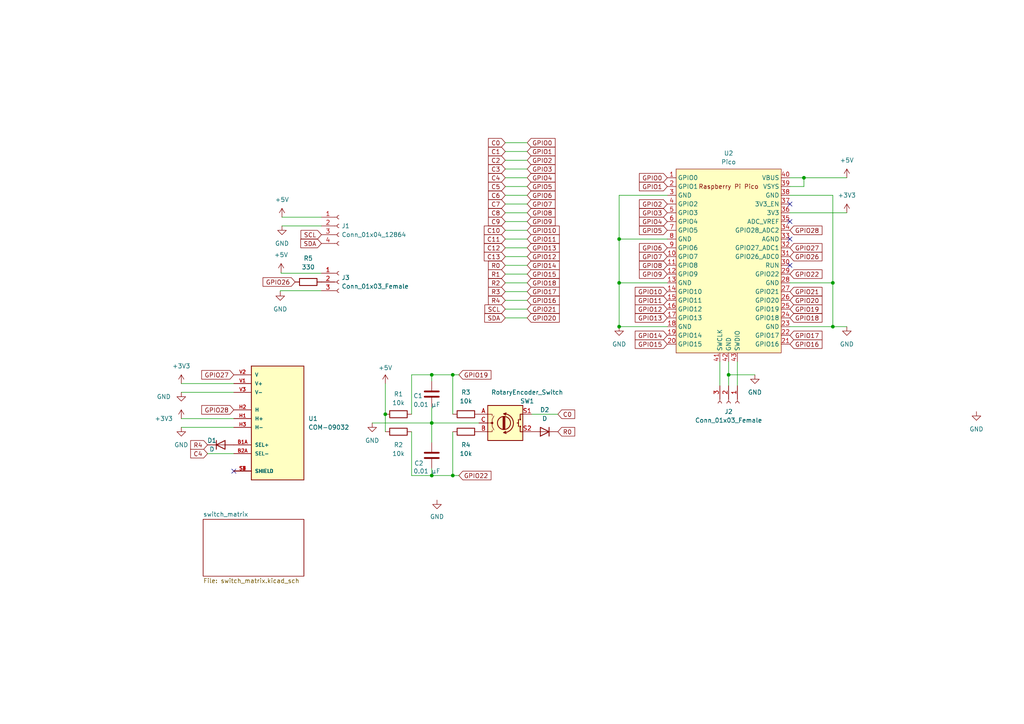
<source format=kicad_sch>
(kicad_sch (version 20211123) (generator eeschema)

  (uuid bae0810c-de5c-4877-9e50-ea2ffd613142)

  (paper "A4")

  (title_block
    (title "Pico Prototype Keyboard 65%")
    (comment 1 "Ver 0.4")
    (comment 2 "CC BY-SA 4.0")
    (comment 3 "https://github.com/zli117/Pico-Keyboard")
  )

  (lib_symbols
    (symbol "COM-09032_1" (pin_names (offset 1.016)) (in_bom yes) (on_board yes)
      (property "Reference" "U" (id 0) (at -7.62 16.002 0)
        (effects (font (size 1.27 1.27)) (justify left bottom))
      )
      (property "Value" "COM-09032_1" (id 1) (at -7.62 -20.32 0)
        (effects (font (size 1.27 1.27)) (justify left bottom))
      )
      (property "Footprint" "XDCR_COM-09032" (id 2) (at 0 0 0)
        (effects (font (size 1.27 1.27)) (justify left bottom) hide)
      )
      (property "Datasheet" "" (id 3) (at 0 0 0)
        (effects (font (size 1.27 1.27)) (justify left bottom) hide)
      )
      (property "PARTREV" "N/A" (id 4) (at 0 0 0)
        (effects (font (size 1.27 1.27)) (justify left bottom) hide)
      )
      (property "MANUFACTURER" "SparkFun Electronics" (id 5) (at 0 0 0)
        (effects (font (size 1.27 1.27)) (justify left bottom) hide)
      )
      (property "STANDARD" "Manufacturer Recommendations" (id 6) (at 0 0 0)
        (effects (font (size 1.27 1.27)) (justify left bottom) hide)
      )
      (property "MAXIMUM_PACKAGE_HEIGHT" "30.1mm" (id 7) (at 0 0 0)
        (effects (font (size 1.27 1.27)) (justify left bottom) hide)
      )
      (property "ki_locked" "" (id 8) (at 0 0 0)
        (effects (font (size 1.27 1.27)))
      )
      (symbol "COM-09032_1_0_0"
        (rectangle (start -7.62 -17.78) (end 7.62 15.24)
          (stroke (width 0.254) (type default) (color 0 0 0 0))
          (fill (type background))
        )
        (pin passive line (at -12.7 -7.62 0) (length 5.08)
          (name "SEL+" (effects (font (size 1.016 1.016))))
          (number "B1A" (effects (font (size 1.016 1.016))))
        )
        (pin passive line (at -12.7 -10.16 0) (length 5.08)
          (name "SEL-" (effects (font (size 1.016 1.016))))
          (number "B2A" (effects (font (size 1.016 1.016))))
        )
        (pin passive line (at -12.7 0 0) (length 5.08)
          (name "H+" (effects (font (size 1.016 1.016))))
          (number "H1" (effects (font (size 1.016 1.016))))
        )
        (pin passive line (at -12.7 2.54 0) (length 5.08)
          (name "H" (effects (font (size 1.016 1.016))))
          (number "H2" (effects (font (size 1.016 1.016))))
        )
        (pin passive line (at -12.7 -2.54 0) (length 5.08)
          (name "H-" (effects (font (size 1.016 1.016))))
          (number "H3" (effects (font (size 1.016 1.016))))
        )
        (pin passive line (at -12.7 -15.24 0) (length 5.08)
          (name "SHIELD" (effects (font (size 1.016 1.016))))
          (number "S1" (effects (font (size 1.016 1.016))))
        )
        (pin passive line (at -12.7 -15.24 0) (length 5.08)
          (name "SHIELD" (effects (font (size 1.016 1.016))))
          (number "S2" (effects (font (size 1.016 1.016))))
        )
        (pin passive line (at -12.7 -15.24 0) (length 5.08)
          (name "SHIELD" (effects (font (size 1.016 1.016))))
          (number "S3" (effects (font (size 1.016 1.016))))
        )
        (pin passive line (at -12.7 -15.24 0) (length 5.08)
          (name "SHIELD" (effects (font (size 1.016 1.016))))
          (number "S4" (effects (font (size 1.016 1.016))))
        )
        (pin passive line (at -12.7 10.16 0) (length 5.08)
          (name "V+" (effects (font (size 1.016 1.016))))
          (number "V1" (effects (font (size 1.016 1.016))))
        )
        (pin passive line (at -12.7 12.7 0) (length 5.08)
          (name "V" (effects (font (size 1.016 1.016))))
          (number "V2" (effects (font (size 1.016 1.016))))
        )
        (pin passive line (at -12.7 7.62 0) (length 5.08)
          (name "V-" (effects (font (size 1.016 1.016))))
          (number "V3" (effects (font (size 1.016 1.016))))
        )
      )
    )
    (symbol "Connector:Conn_01x03_Female" (pin_names (offset 1.016) hide) (in_bom yes) (on_board yes)
      (property "Reference" "J" (id 0) (at 0 5.08 0)
        (effects (font (size 1.27 1.27)))
      )
      (property "Value" "Conn_01x03_Female" (id 1) (at 0 -5.08 0)
        (effects (font (size 1.27 1.27)))
      )
      (property "Footprint" "" (id 2) (at 0 0 0)
        (effects (font (size 1.27 1.27)) hide)
      )
      (property "Datasheet" "~" (id 3) (at 0 0 0)
        (effects (font (size 1.27 1.27)) hide)
      )
      (property "ki_keywords" "connector" (id 4) (at 0 0 0)
        (effects (font (size 1.27 1.27)) hide)
      )
      (property "ki_description" "Generic connector, single row, 01x03, script generated (kicad-library-utils/schlib/autogen/connector/)" (id 5) (at 0 0 0)
        (effects (font (size 1.27 1.27)) hide)
      )
      (property "ki_fp_filters" "Connector*:*_1x??_*" (id 6) (at 0 0 0)
        (effects (font (size 1.27 1.27)) hide)
      )
      (symbol "Conn_01x03_Female_1_1"
        (arc (start 0 -2.032) (mid -0.508 -2.54) (end 0 -3.048)
          (stroke (width 0.1524) (type default) (color 0 0 0 0))
          (fill (type none))
        )
        (polyline
          (pts
            (xy -1.27 -2.54)
            (xy -0.508 -2.54)
          )
          (stroke (width 0.1524) (type default) (color 0 0 0 0))
          (fill (type none))
        )
        (polyline
          (pts
            (xy -1.27 0)
            (xy -0.508 0)
          )
          (stroke (width 0.1524) (type default) (color 0 0 0 0))
          (fill (type none))
        )
        (polyline
          (pts
            (xy -1.27 2.54)
            (xy -0.508 2.54)
          )
          (stroke (width 0.1524) (type default) (color 0 0 0 0))
          (fill (type none))
        )
        (arc (start 0 0.508) (mid -0.508 0) (end 0 -0.508)
          (stroke (width 0.1524) (type default) (color 0 0 0 0))
          (fill (type none))
        )
        (arc (start 0 3.048) (mid -0.508 2.54) (end 0 2.032)
          (stroke (width 0.1524) (type default) (color 0 0 0 0))
          (fill (type none))
        )
        (pin passive line (at -5.08 2.54 0) (length 3.81)
          (name "Pin_1" (effects (font (size 1.27 1.27))))
          (number "1" (effects (font (size 1.27 1.27))))
        )
        (pin passive line (at -5.08 0 0) (length 3.81)
          (name "Pin_2" (effects (font (size 1.27 1.27))))
          (number "2" (effects (font (size 1.27 1.27))))
        )
        (pin passive line (at -5.08 -2.54 0) (length 3.81)
          (name "Pin_3" (effects (font (size 1.27 1.27))))
          (number "3" (effects (font (size 1.27 1.27))))
        )
      )
    )
    (symbol "Connector:Conn_01x04_Female" (pin_names (offset 1.016) hide) (in_bom yes) (on_board yes)
      (property "Reference" "J" (id 0) (at 0 5.08 0)
        (effects (font (size 1.27 1.27)))
      )
      (property "Value" "Conn_01x04_Female" (id 1) (at 0 -7.62 0)
        (effects (font (size 1.27 1.27)))
      )
      (property "Footprint" "" (id 2) (at 0 0 0)
        (effects (font (size 1.27 1.27)) hide)
      )
      (property "Datasheet" "~" (id 3) (at 0 0 0)
        (effects (font (size 1.27 1.27)) hide)
      )
      (property "ki_keywords" "connector" (id 4) (at 0 0 0)
        (effects (font (size 1.27 1.27)) hide)
      )
      (property "ki_description" "Generic connector, single row, 01x04, script generated (kicad-library-utils/schlib/autogen/connector/)" (id 5) (at 0 0 0)
        (effects (font (size 1.27 1.27)) hide)
      )
      (property "ki_fp_filters" "Connector*:*_1x??_*" (id 6) (at 0 0 0)
        (effects (font (size 1.27 1.27)) hide)
      )
      (symbol "Conn_01x04_Female_1_1"
        (arc (start 0 -4.572) (mid -0.508 -5.08) (end 0 -5.588)
          (stroke (width 0.1524) (type default) (color 0 0 0 0))
          (fill (type none))
        )
        (arc (start 0 -2.032) (mid -0.508 -2.54) (end 0 -3.048)
          (stroke (width 0.1524) (type default) (color 0 0 0 0))
          (fill (type none))
        )
        (polyline
          (pts
            (xy -1.27 -5.08)
            (xy -0.508 -5.08)
          )
          (stroke (width 0.1524) (type default) (color 0 0 0 0))
          (fill (type none))
        )
        (polyline
          (pts
            (xy -1.27 -2.54)
            (xy -0.508 -2.54)
          )
          (stroke (width 0.1524) (type default) (color 0 0 0 0))
          (fill (type none))
        )
        (polyline
          (pts
            (xy -1.27 0)
            (xy -0.508 0)
          )
          (stroke (width 0.1524) (type default) (color 0 0 0 0))
          (fill (type none))
        )
        (polyline
          (pts
            (xy -1.27 2.54)
            (xy -0.508 2.54)
          )
          (stroke (width 0.1524) (type default) (color 0 0 0 0))
          (fill (type none))
        )
        (arc (start 0 0.508) (mid -0.508 0) (end 0 -0.508)
          (stroke (width 0.1524) (type default) (color 0 0 0 0))
          (fill (type none))
        )
        (arc (start 0 3.048) (mid -0.508 2.54) (end 0 2.032)
          (stroke (width 0.1524) (type default) (color 0 0 0 0))
          (fill (type none))
        )
        (pin passive line (at -5.08 2.54 0) (length 3.81)
          (name "Pin_1" (effects (font (size 1.27 1.27))))
          (number "1" (effects (font (size 1.27 1.27))))
        )
        (pin passive line (at -5.08 0 0) (length 3.81)
          (name "Pin_2" (effects (font (size 1.27 1.27))))
          (number "2" (effects (font (size 1.27 1.27))))
        )
        (pin passive line (at -5.08 -2.54 0) (length 3.81)
          (name "Pin_3" (effects (font (size 1.27 1.27))))
          (number "3" (effects (font (size 1.27 1.27))))
        )
        (pin passive line (at -5.08 -5.08 0) (length 3.81)
          (name "Pin_4" (effects (font (size 1.27 1.27))))
          (number "4" (effects (font (size 1.27 1.27))))
        )
      )
    )
    (symbol "Device:C" (pin_numbers hide) (pin_names (offset 0.254)) (in_bom yes) (on_board yes)
      (property "Reference" "C" (id 0) (at 0.635 2.54 0)
        (effects (font (size 1.27 1.27)) (justify left))
      )
      (property "Value" "C" (id 1) (at 0.635 -2.54 0)
        (effects (font (size 1.27 1.27)) (justify left))
      )
      (property "Footprint" "" (id 2) (at 0.9652 -3.81 0)
        (effects (font (size 1.27 1.27)) hide)
      )
      (property "Datasheet" "~" (id 3) (at 0 0 0)
        (effects (font (size 1.27 1.27)) hide)
      )
      (property "ki_keywords" "cap capacitor" (id 4) (at 0 0 0)
        (effects (font (size 1.27 1.27)) hide)
      )
      (property "ki_description" "Unpolarized capacitor" (id 5) (at 0 0 0)
        (effects (font (size 1.27 1.27)) hide)
      )
      (property "ki_fp_filters" "C_*" (id 6) (at 0 0 0)
        (effects (font (size 1.27 1.27)) hide)
      )
      (symbol "C_0_1"
        (polyline
          (pts
            (xy -2.032 -0.762)
            (xy 2.032 -0.762)
          )
          (stroke (width 0.508) (type default) (color 0 0 0 0))
          (fill (type none))
        )
        (polyline
          (pts
            (xy -2.032 0.762)
            (xy 2.032 0.762)
          )
          (stroke (width 0.508) (type default) (color 0 0 0 0))
          (fill (type none))
        )
      )
      (symbol "C_1_1"
        (pin passive line (at 0 3.81 270) (length 2.794)
          (name "~" (effects (font (size 1.27 1.27))))
          (number "1" (effects (font (size 1.27 1.27))))
        )
        (pin passive line (at 0 -3.81 90) (length 2.794)
          (name "~" (effects (font (size 1.27 1.27))))
          (number "2" (effects (font (size 1.27 1.27))))
        )
      )
    )
    (symbol "Device:D" (pin_numbers hide) (pin_names (offset 1.016) hide) (in_bom yes) (on_board yes)
      (property "Reference" "D" (id 0) (at 0 2.54 0)
        (effects (font (size 1.27 1.27)))
      )
      (property "Value" "D" (id 1) (at 0 -2.54 0)
        (effects (font (size 1.27 1.27)))
      )
      (property "Footprint" "" (id 2) (at 0 0 0)
        (effects (font (size 1.27 1.27)) hide)
      )
      (property "Datasheet" "~" (id 3) (at 0 0 0)
        (effects (font (size 1.27 1.27)) hide)
      )
      (property "ki_keywords" "diode" (id 4) (at 0 0 0)
        (effects (font (size 1.27 1.27)) hide)
      )
      (property "ki_description" "Diode" (id 5) (at 0 0 0)
        (effects (font (size 1.27 1.27)) hide)
      )
      (property "ki_fp_filters" "TO-???* *_Diode_* *SingleDiode* D_*" (id 6) (at 0 0 0)
        (effects (font (size 1.27 1.27)) hide)
      )
      (symbol "D_0_1"
        (polyline
          (pts
            (xy -1.27 1.27)
            (xy -1.27 -1.27)
          )
          (stroke (width 0.254) (type default) (color 0 0 0 0))
          (fill (type none))
        )
        (polyline
          (pts
            (xy 1.27 0)
            (xy -1.27 0)
          )
          (stroke (width 0) (type default) (color 0 0 0 0))
          (fill (type none))
        )
        (polyline
          (pts
            (xy 1.27 1.27)
            (xy 1.27 -1.27)
            (xy -1.27 0)
            (xy 1.27 1.27)
          )
          (stroke (width 0.254) (type default) (color 0 0 0 0))
          (fill (type none))
        )
      )
      (symbol "D_1_1"
        (pin passive line (at -3.81 0 0) (length 2.54)
          (name "K" (effects (font (size 1.27 1.27))))
          (number "1" (effects (font (size 1.27 1.27))))
        )
        (pin passive line (at 3.81 0 180) (length 2.54)
          (name "A" (effects (font (size 1.27 1.27))))
          (number "2" (effects (font (size 1.27 1.27))))
        )
      )
    )
    (symbol "Device:R" (pin_numbers hide) (pin_names (offset 0)) (in_bom yes) (on_board yes)
      (property "Reference" "R" (id 0) (at 2.032 0 90)
        (effects (font (size 1.27 1.27)))
      )
      (property "Value" "R" (id 1) (at 0 0 90)
        (effects (font (size 1.27 1.27)))
      )
      (property "Footprint" "" (id 2) (at -1.778 0 90)
        (effects (font (size 1.27 1.27)) hide)
      )
      (property "Datasheet" "~" (id 3) (at 0 0 0)
        (effects (font (size 1.27 1.27)) hide)
      )
      (property "ki_keywords" "R res resistor" (id 4) (at 0 0 0)
        (effects (font (size 1.27 1.27)) hide)
      )
      (property "ki_description" "Resistor" (id 5) (at 0 0 0)
        (effects (font (size 1.27 1.27)) hide)
      )
      (property "ki_fp_filters" "R_*" (id 6) (at 0 0 0)
        (effects (font (size 1.27 1.27)) hide)
      )
      (symbol "R_0_1"
        (rectangle (start -1.016 -2.54) (end 1.016 2.54)
          (stroke (width 0.254) (type default) (color 0 0 0 0))
          (fill (type none))
        )
      )
      (symbol "R_1_1"
        (pin passive line (at 0 3.81 270) (length 1.27)
          (name "~" (effects (font (size 1.27 1.27))))
          (number "1" (effects (font (size 1.27 1.27))))
        )
        (pin passive line (at 0 -3.81 90) (length 1.27)
          (name "~" (effects (font (size 1.27 1.27))))
          (number "2" (effects (font (size 1.27 1.27))))
        )
      )
    )
    (symbol "Device:RotaryEncoder_Switch" (pin_names (offset 0.254) hide) (in_bom yes) (on_board yes)
      (property "Reference" "SW" (id 0) (at 0 6.604 0)
        (effects (font (size 1.27 1.27)))
      )
      (property "Value" "RotaryEncoder_Switch" (id 1) (at 0 -6.604 0)
        (effects (font (size 1.27 1.27)))
      )
      (property "Footprint" "" (id 2) (at -3.81 4.064 0)
        (effects (font (size 1.27 1.27)) hide)
      )
      (property "Datasheet" "~" (id 3) (at 0 6.604 0)
        (effects (font (size 1.27 1.27)) hide)
      )
      (property "ki_keywords" "rotary switch encoder switch push button" (id 4) (at 0 0 0)
        (effects (font (size 1.27 1.27)) hide)
      )
      (property "ki_description" "Rotary encoder, dual channel, incremental quadrate outputs, with switch" (id 5) (at 0 0 0)
        (effects (font (size 1.27 1.27)) hide)
      )
      (property "ki_fp_filters" "RotaryEncoder*Switch*" (id 6) (at 0 0 0)
        (effects (font (size 1.27 1.27)) hide)
      )
      (symbol "RotaryEncoder_Switch_0_1"
        (rectangle (start -5.08 5.08) (end 5.08 -5.08)
          (stroke (width 0.254) (type default) (color 0 0 0 0))
          (fill (type background))
        )
        (circle (center -3.81 0) (radius 0.254)
          (stroke (width 0) (type default) (color 0 0 0 0))
          (fill (type outline))
        )
        (arc (start -0.381 -2.794) (mid 2.3622 -0.0508) (end -0.381 2.667)
          (stroke (width 0.254) (type default) (color 0 0 0 0))
          (fill (type none))
        )
        (circle (center -0.381 0) (radius 1.905)
          (stroke (width 0.254) (type default) (color 0 0 0 0))
          (fill (type none))
        )
        (polyline
          (pts
            (xy -0.635 -1.778)
            (xy -0.635 1.778)
          )
          (stroke (width 0.254) (type default) (color 0 0 0 0))
          (fill (type none))
        )
        (polyline
          (pts
            (xy -0.381 -1.778)
            (xy -0.381 1.778)
          )
          (stroke (width 0.254) (type default) (color 0 0 0 0))
          (fill (type none))
        )
        (polyline
          (pts
            (xy -0.127 1.778)
            (xy -0.127 -1.778)
          )
          (stroke (width 0.254) (type default) (color 0 0 0 0))
          (fill (type none))
        )
        (polyline
          (pts
            (xy 3.81 0)
            (xy 3.429 0)
          )
          (stroke (width 0.254) (type default) (color 0 0 0 0))
          (fill (type none))
        )
        (polyline
          (pts
            (xy 3.81 1.016)
            (xy 3.81 -1.016)
          )
          (stroke (width 0.254) (type default) (color 0 0 0 0))
          (fill (type none))
        )
        (polyline
          (pts
            (xy -5.08 -2.54)
            (xy -3.81 -2.54)
            (xy -3.81 -2.032)
          )
          (stroke (width 0) (type default) (color 0 0 0 0))
          (fill (type none))
        )
        (polyline
          (pts
            (xy -5.08 2.54)
            (xy -3.81 2.54)
            (xy -3.81 2.032)
          )
          (stroke (width 0) (type default) (color 0 0 0 0))
          (fill (type none))
        )
        (polyline
          (pts
            (xy 0.254 -3.048)
            (xy -0.508 -2.794)
            (xy 0.127 -2.413)
          )
          (stroke (width 0.254) (type default) (color 0 0 0 0))
          (fill (type none))
        )
        (polyline
          (pts
            (xy 0.254 2.921)
            (xy -0.508 2.667)
            (xy 0.127 2.286)
          )
          (stroke (width 0.254) (type default) (color 0 0 0 0))
          (fill (type none))
        )
        (polyline
          (pts
            (xy 5.08 -2.54)
            (xy 4.318 -2.54)
            (xy 4.318 -1.016)
          )
          (stroke (width 0.254) (type default) (color 0 0 0 0))
          (fill (type none))
        )
        (polyline
          (pts
            (xy 5.08 2.54)
            (xy 4.318 2.54)
            (xy 4.318 1.016)
          )
          (stroke (width 0.254) (type default) (color 0 0 0 0))
          (fill (type none))
        )
        (polyline
          (pts
            (xy -5.08 0)
            (xy -3.81 0)
            (xy -3.81 -1.016)
            (xy -3.302 -2.032)
          )
          (stroke (width 0) (type default) (color 0 0 0 0))
          (fill (type none))
        )
        (polyline
          (pts
            (xy -4.318 0)
            (xy -3.81 0)
            (xy -3.81 1.016)
            (xy -3.302 2.032)
          )
          (stroke (width 0) (type default) (color 0 0 0 0))
          (fill (type none))
        )
        (circle (center 4.318 -1.016) (radius 0.127)
          (stroke (width 0.254) (type default) (color 0 0 0 0))
          (fill (type none))
        )
        (circle (center 4.318 1.016) (radius 0.127)
          (stroke (width 0.254) (type default) (color 0 0 0 0))
          (fill (type none))
        )
      )
      (symbol "RotaryEncoder_Switch_1_1"
        (pin passive line (at -7.62 2.54 0) (length 2.54)
          (name "A" (effects (font (size 1.27 1.27))))
          (number "A" (effects (font (size 1.27 1.27))))
        )
        (pin passive line (at -7.62 -2.54 0) (length 2.54)
          (name "B" (effects (font (size 1.27 1.27))))
          (number "B" (effects (font (size 1.27 1.27))))
        )
        (pin passive line (at -7.62 0 0) (length 2.54)
          (name "C" (effects (font (size 1.27 1.27))))
          (number "C" (effects (font (size 1.27 1.27))))
        )
        (pin passive line (at 7.62 2.54 180) (length 2.54)
          (name "S1" (effects (font (size 1.27 1.27))))
          (number "S1" (effects (font (size 1.27 1.27))))
        )
        (pin passive line (at 7.62 -2.54 180) (length 2.54)
          (name "S2" (effects (font (size 1.27 1.27))))
          (number "S2" (effects (font (size 1.27 1.27))))
        )
      )
    )
    (symbol "MCU_RaspberryPi_and_Boards:Pico" (in_bom yes) (on_board yes)
      (property "Reference" "U" (id 0) (at -13.97 27.94 0)
        (effects (font (size 1.27 1.27)))
      )
      (property "Value" "Pico" (id 1) (at 0 19.05 0)
        (effects (font (size 1.27 1.27)))
      )
      (property "Footprint" "RPi_Pico:RPi_Pico_SMD_TH" (id 2) (at 0 0 90)
        (effects (font (size 1.27 1.27)) hide)
      )
      (property "Datasheet" "" (id 3) (at 0 0 0)
        (effects (font (size 1.27 1.27)) hide)
      )
      (symbol "Pico_0_0"
        (text "Raspberry Pi Pico" (at 0 21.59 0)
          (effects (font (size 1.27 1.27)))
        )
      )
      (symbol "Pico_0_1"
        (rectangle (start -15.24 26.67) (end 15.24 -26.67)
          (stroke (width 0) (type default) (color 0 0 0 0))
          (fill (type background))
        )
      )
      (symbol "Pico_1_1"
        (pin bidirectional line (at -17.78 24.13 0) (length 2.54)
          (name "GPIO0" (effects (font (size 1.27 1.27))))
          (number "1" (effects (font (size 1.27 1.27))))
        )
        (pin bidirectional line (at -17.78 1.27 0) (length 2.54)
          (name "GPIO7" (effects (font (size 1.27 1.27))))
          (number "10" (effects (font (size 1.27 1.27))))
        )
        (pin bidirectional line (at -17.78 -1.27 0) (length 2.54)
          (name "GPIO8" (effects (font (size 1.27 1.27))))
          (number "11" (effects (font (size 1.27 1.27))))
        )
        (pin bidirectional line (at -17.78 -3.81 0) (length 2.54)
          (name "GPIO9" (effects (font (size 1.27 1.27))))
          (number "12" (effects (font (size 1.27 1.27))))
        )
        (pin power_in line (at -17.78 -6.35 0) (length 2.54)
          (name "GND" (effects (font (size 1.27 1.27))))
          (number "13" (effects (font (size 1.27 1.27))))
        )
        (pin bidirectional line (at -17.78 -8.89 0) (length 2.54)
          (name "GPIO10" (effects (font (size 1.27 1.27))))
          (number "14" (effects (font (size 1.27 1.27))))
        )
        (pin bidirectional line (at -17.78 -11.43 0) (length 2.54)
          (name "GPIO11" (effects (font (size 1.27 1.27))))
          (number "15" (effects (font (size 1.27 1.27))))
        )
        (pin bidirectional line (at -17.78 -13.97 0) (length 2.54)
          (name "GPIO12" (effects (font (size 1.27 1.27))))
          (number "16" (effects (font (size 1.27 1.27))))
        )
        (pin bidirectional line (at -17.78 -16.51 0) (length 2.54)
          (name "GPIO13" (effects (font (size 1.27 1.27))))
          (number "17" (effects (font (size 1.27 1.27))))
        )
        (pin power_in line (at -17.78 -19.05 0) (length 2.54)
          (name "GND" (effects (font (size 1.27 1.27))))
          (number "18" (effects (font (size 1.27 1.27))))
        )
        (pin bidirectional line (at -17.78 -21.59 0) (length 2.54)
          (name "GPIO14" (effects (font (size 1.27 1.27))))
          (number "19" (effects (font (size 1.27 1.27))))
        )
        (pin bidirectional line (at -17.78 21.59 0) (length 2.54)
          (name "GPIO1" (effects (font (size 1.27 1.27))))
          (number "2" (effects (font (size 1.27 1.27))))
        )
        (pin bidirectional line (at -17.78 -24.13 0) (length 2.54)
          (name "GPIO15" (effects (font (size 1.27 1.27))))
          (number "20" (effects (font (size 1.27 1.27))))
        )
        (pin bidirectional line (at 17.78 -24.13 180) (length 2.54)
          (name "GPIO16" (effects (font (size 1.27 1.27))))
          (number "21" (effects (font (size 1.27 1.27))))
        )
        (pin bidirectional line (at 17.78 -21.59 180) (length 2.54)
          (name "GPIO17" (effects (font (size 1.27 1.27))))
          (number "22" (effects (font (size 1.27 1.27))))
        )
        (pin power_in line (at 17.78 -19.05 180) (length 2.54)
          (name "GND" (effects (font (size 1.27 1.27))))
          (number "23" (effects (font (size 1.27 1.27))))
        )
        (pin bidirectional line (at 17.78 -16.51 180) (length 2.54)
          (name "GPIO18" (effects (font (size 1.27 1.27))))
          (number "24" (effects (font (size 1.27 1.27))))
        )
        (pin bidirectional line (at 17.78 -13.97 180) (length 2.54)
          (name "GPIO19" (effects (font (size 1.27 1.27))))
          (number "25" (effects (font (size 1.27 1.27))))
        )
        (pin bidirectional line (at 17.78 -11.43 180) (length 2.54)
          (name "GPIO20" (effects (font (size 1.27 1.27))))
          (number "26" (effects (font (size 1.27 1.27))))
        )
        (pin bidirectional line (at 17.78 -8.89 180) (length 2.54)
          (name "GPIO21" (effects (font (size 1.27 1.27))))
          (number "27" (effects (font (size 1.27 1.27))))
        )
        (pin power_in line (at 17.78 -6.35 180) (length 2.54)
          (name "GND" (effects (font (size 1.27 1.27))))
          (number "28" (effects (font (size 1.27 1.27))))
        )
        (pin bidirectional line (at 17.78 -3.81 180) (length 2.54)
          (name "GPIO22" (effects (font (size 1.27 1.27))))
          (number "29" (effects (font (size 1.27 1.27))))
        )
        (pin power_in line (at -17.78 19.05 0) (length 2.54)
          (name "GND" (effects (font (size 1.27 1.27))))
          (number "3" (effects (font (size 1.27 1.27))))
        )
        (pin input line (at 17.78 -1.27 180) (length 2.54)
          (name "RUN" (effects (font (size 1.27 1.27))))
          (number "30" (effects (font (size 1.27 1.27))))
        )
        (pin bidirectional line (at 17.78 1.27 180) (length 2.54)
          (name "GPIO26_ADC0" (effects (font (size 1.27 1.27))))
          (number "31" (effects (font (size 1.27 1.27))))
        )
        (pin bidirectional line (at 17.78 3.81 180) (length 2.54)
          (name "GPIO27_ADC1" (effects (font (size 1.27 1.27))))
          (number "32" (effects (font (size 1.27 1.27))))
        )
        (pin power_in line (at 17.78 6.35 180) (length 2.54)
          (name "AGND" (effects (font (size 1.27 1.27))))
          (number "33" (effects (font (size 1.27 1.27))))
        )
        (pin bidirectional line (at 17.78 8.89 180) (length 2.54)
          (name "GPIO28_ADC2" (effects (font (size 1.27 1.27))))
          (number "34" (effects (font (size 1.27 1.27))))
        )
        (pin power_in line (at 17.78 11.43 180) (length 2.54)
          (name "ADC_VREF" (effects (font (size 1.27 1.27))))
          (number "35" (effects (font (size 1.27 1.27))))
        )
        (pin power_in line (at 17.78 13.97 180) (length 2.54)
          (name "3V3" (effects (font (size 1.27 1.27))))
          (number "36" (effects (font (size 1.27 1.27))))
        )
        (pin input line (at 17.78 16.51 180) (length 2.54)
          (name "3V3_EN" (effects (font (size 1.27 1.27))))
          (number "37" (effects (font (size 1.27 1.27))))
        )
        (pin bidirectional line (at 17.78 19.05 180) (length 2.54)
          (name "GND" (effects (font (size 1.27 1.27))))
          (number "38" (effects (font (size 1.27 1.27))))
        )
        (pin power_in line (at 17.78 21.59 180) (length 2.54)
          (name "VSYS" (effects (font (size 1.27 1.27))))
          (number "39" (effects (font (size 1.27 1.27))))
        )
        (pin bidirectional line (at -17.78 16.51 0) (length 2.54)
          (name "GPIO2" (effects (font (size 1.27 1.27))))
          (number "4" (effects (font (size 1.27 1.27))))
        )
        (pin power_in line (at 17.78 24.13 180) (length 2.54)
          (name "VBUS" (effects (font (size 1.27 1.27))))
          (number "40" (effects (font (size 1.27 1.27))))
        )
        (pin input line (at -2.54 -29.21 90) (length 2.54)
          (name "SWCLK" (effects (font (size 1.27 1.27))))
          (number "41" (effects (font (size 1.27 1.27))))
        )
        (pin power_in line (at 0 -29.21 90) (length 2.54)
          (name "GND" (effects (font (size 1.27 1.27))))
          (number "42" (effects (font (size 1.27 1.27))))
        )
        (pin bidirectional line (at 2.54 -29.21 90) (length 2.54)
          (name "SWDIO" (effects (font (size 1.27 1.27))))
          (number "43" (effects (font (size 1.27 1.27))))
        )
        (pin bidirectional line (at -17.78 13.97 0) (length 2.54)
          (name "GPIO3" (effects (font (size 1.27 1.27))))
          (number "5" (effects (font (size 1.27 1.27))))
        )
        (pin bidirectional line (at -17.78 11.43 0) (length 2.54)
          (name "GPIO4" (effects (font (size 1.27 1.27))))
          (number "6" (effects (font (size 1.27 1.27))))
        )
        (pin bidirectional line (at -17.78 8.89 0) (length 2.54)
          (name "GPIO5" (effects (font (size 1.27 1.27))))
          (number "7" (effects (font (size 1.27 1.27))))
        )
        (pin power_in line (at -17.78 6.35 0) (length 2.54)
          (name "GND" (effects (font (size 1.27 1.27))))
          (number "8" (effects (font (size 1.27 1.27))))
        )
        (pin bidirectional line (at -17.78 3.81 0) (length 2.54)
          (name "GPIO6" (effects (font (size 1.27 1.27))))
          (number "9" (effects (font (size 1.27 1.27))))
        )
      )
    )
    (symbol "power:+3.3V" (power) (pin_names (offset 0)) (in_bom yes) (on_board yes)
      (property "Reference" "#PWR" (id 0) (at 0 -3.81 0)
        (effects (font (size 1.27 1.27)) hide)
      )
      (property "Value" "+3.3V" (id 1) (at 0 3.556 0)
        (effects (font (size 1.27 1.27)))
      )
      (property "Footprint" "" (id 2) (at 0 0 0)
        (effects (font (size 1.27 1.27)) hide)
      )
      (property "Datasheet" "" (id 3) (at 0 0 0)
        (effects (font (size 1.27 1.27)) hide)
      )
      (property "ki_keywords" "power-flag" (id 4) (at 0 0 0)
        (effects (font (size 1.27 1.27)) hide)
      )
      (property "ki_description" "Power symbol creates a global label with name \"+3.3V\"" (id 5) (at 0 0 0)
        (effects (font (size 1.27 1.27)) hide)
      )
      (symbol "+3.3V_0_1"
        (polyline
          (pts
            (xy -0.762 1.27)
            (xy 0 2.54)
          )
          (stroke (width 0) (type default) (color 0 0 0 0))
          (fill (type none))
        )
        (polyline
          (pts
            (xy 0 0)
            (xy 0 2.54)
          )
          (stroke (width 0) (type default) (color 0 0 0 0))
          (fill (type none))
        )
        (polyline
          (pts
            (xy 0 2.54)
            (xy 0.762 1.27)
          )
          (stroke (width 0) (type default) (color 0 0 0 0))
          (fill (type none))
        )
      )
      (symbol "+3.3V_1_1"
        (pin power_in line (at 0 0 90) (length 0) hide
          (name "+3V3" (effects (font (size 1.27 1.27))))
          (number "1" (effects (font (size 1.27 1.27))))
        )
      )
    )
    (symbol "power:+3V3" (power) (pin_names (offset 0)) (in_bom yes) (on_board yes)
      (property "Reference" "#PWR" (id 0) (at 0 -3.81 0)
        (effects (font (size 1.27 1.27)) hide)
      )
      (property "Value" "+3V3" (id 1) (at 0 3.556 0)
        (effects (font (size 1.27 1.27)))
      )
      (property "Footprint" "" (id 2) (at 0 0 0)
        (effects (font (size 1.27 1.27)) hide)
      )
      (property "Datasheet" "" (id 3) (at 0 0 0)
        (effects (font (size 1.27 1.27)) hide)
      )
      (property "ki_keywords" "power-flag" (id 4) (at 0 0 0)
        (effects (font (size 1.27 1.27)) hide)
      )
      (property "ki_description" "Power symbol creates a global label with name \"+3V3\"" (id 5) (at 0 0 0)
        (effects (font (size 1.27 1.27)) hide)
      )
      (symbol "+3V3_0_1"
        (polyline
          (pts
            (xy -0.762 1.27)
            (xy 0 2.54)
          )
          (stroke (width 0) (type default) (color 0 0 0 0))
          (fill (type none))
        )
        (polyline
          (pts
            (xy 0 0)
            (xy 0 2.54)
          )
          (stroke (width 0) (type default) (color 0 0 0 0))
          (fill (type none))
        )
        (polyline
          (pts
            (xy 0 2.54)
            (xy 0.762 1.27)
          )
          (stroke (width 0) (type default) (color 0 0 0 0))
          (fill (type none))
        )
      )
      (symbol "+3V3_1_1"
        (pin power_in line (at 0 0 90) (length 0) hide
          (name "+3V3" (effects (font (size 1.27 1.27))))
          (number "1" (effects (font (size 1.27 1.27))))
        )
      )
    )
    (symbol "power:+5V" (power) (pin_names (offset 0)) (in_bom yes) (on_board yes)
      (property "Reference" "#PWR" (id 0) (at 0 -3.81 0)
        (effects (font (size 1.27 1.27)) hide)
      )
      (property "Value" "+5V" (id 1) (at 0 3.556 0)
        (effects (font (size 1.27 1.27)))
      )
      (property "Footprint" "" (id 2) (at 0 0 0)
        (effects (font (size 1.27 1.27)) hide)
      )
      (property "Datasheet" "" (id 3) (at 0 0 0)
        (effects (font (size 1.27 1.27)) hide)
      )
      (property "ki_keywords" "power-flag" (id 4) (at 0 0 0)
        (effects (font (size 1.27 1.27)) hide)
      )
      (property "ki_description" "Power symbol creates a global label with name \"+5V\"" (id 5) (at 0 0 0)
        (effects (font (size 1.27 1.27)) hide)
      )
      (symbol "+5V_0_1"
        (polyline
          (pts
            (xy -0.762 1.27)
            (xy 0 2.54)
          )
          (stroke (width 0) (type default) (color 0 0 0 0))
          (fill (type none))
        )
        (polyline
          (pts
            (xy 0 0)
            (xy 0 2.54)
          )
          (stroke (width 0) (type default) (color 0 0 0 0))
          (fill (type none))
        )
        (polyline
          (pts
            (xy 0 2.54)
            (xy 0.762 1.27)
          )
          (stroke (width 0) (type default) (color 0 0 0 0))
          (fill (type none))
        )
      )
      (symbol "+5V_1_1"
        (pin power_in line (at 0 0 90) (length 0) hide
          (name "+5V" (effects (font (size 1.27 1.27))))
          (number "1" (effects (font (size 1.27 1.27))))
        )
      )
    )
    (symbol "power:GND" (power) (pin_names (offset 0)) (in_bom yes) (on_board yes)
      (property "Reference" "#PWR" (id 0) (at 0 -6.35 0)
        (effects (font (size 1.27 1.27)) hide)
      )
      (property "Value" "GND" (id 1) (at 0 -3.81 0)
        (effects (font (size 1.27 1.27)))
      )
      (property "Footprint" "" (id 2) (at 0 0 0)
        (effects (font (size 1.27 1.27)) hide)
      )
      (property "Datasheet" "" (id 3) (at 0 0 0)
        (effects (font (size 1.27 1.27)) hide)
      )
      (property "ki_keywords" "power-flag" (id 4) (at 0 0 0)
        (effects (font (size 1.27 1.27)) hide)
      )
      (property "ki_description" "Power symbol creates a global label with name \"GND\" , ground" (id 5) (at 0 0 0)
        (effects (font (size 1.27 1.27)) hide)
      )
      (symbol "GND_0_1"
        (polyline
          (pts
            (xy 0 0)
            (xy 0 -1.27)
            (xy 1.27 -1.27)
            (xy 0 -2.54)
            (xy -1.27 -1.27)
            (xy 0 -1.27)
          )
          (stroke (width 0) (type default) (color 0 0 0 0))
          (fill (type none))
        )
      )
      (symbol "GND_1_1"
        (pin power_in line (at 0 0 270) (length 0) hide
          (name "GND" (effects (font (size 1.27 1.27))))
          (number "1" (effects (font (size 1.27 1.27))))
        )
      )
    )
  )

  (junction (at 233.172 51.562) (diameter 0) (color 0 0 0 0)
    (uuid 151dff9b-f80e-47d0-9f80-0f38f884de26)
  )
  (junction (at 179.578 82.042) (diameter 0) (color 0 0 0 0)
    (uuid 2a92231e-c4c9-4372-bead-d7da797afccd)
  )
  (junction (at 241.554 94.742) (diameter 0) (color 0 0 0 0)
    (uuid 3f622471-f7f9-4b6b-ad01-1c5dc71aa40b)
  )
  (junction (at 131.318 108.712) (diameter 0) (color 0 0 0 0)
    (uuid 5f3609af-3755-4a22-90ab-c1c66133cf12)
  )
  (junction (at 179.578 94.742) (diameter 0) (color 0 0 0 0)
    (uuid 61027d44-522b-458e-b2d1-ebe189107bbf)
  )
  (junction (at 131.318 137.922) (diameter 0) (color 0 0 0 0)
    (uuid 723aa936-5a8c-4553-aa7b-bc4ff675bf3d)
  )
  (junction (at 125.222 108.712) (diameter 0) (color 0 0 0 0)
    (uuid 79fa1d48-8fe0-42a4-ae36-3d087cf0050b)
  )
  (junction (at 125.222 137.922) (diameter 0) (color 0 0 0 0)
    (uuid 8f47248f-b235-4df0-90e7-5950714eb236)
  )
  (junction (at 111.76 120.142) (diameter 0) (color 0 0 0 0)
    (uuid 98457bf8-0903-4f2a-be9e-1bac92e20bf3)
  )
  (junction (at 241.554 82.042) (diameter 0) (color 0 0 0 0)
    (uuid c6fd534b-bf7b-4d3a-be5f-dd3e52329dd5)
  )
  (junction (at 125.222 122.682) (diameter 0) (color 0 0 0 0)
    (uuid e8fd5e8d-764e-4a0a-9fcd-423431bfe450)
  )
  (junction (at 211.328 108.712) (diameter 0) (color 0 0 0 0)
    (uuid f0ba7e05-9f8e-4ff2-a95f-8aec5ff15b5a)
  )
  (junction (at 179.578 69.342) (diameter 0) (color 0 0 0 0)
    (uuid f4f1475a-737c-4566-8d6d-acc467df58b5)
  )

  (no_connect (at 229.108 59.182) (uuid 32fb0ea6-f1e0-4c29-8a14-65fa55d3e702))
  (no_connect (at 229.108 64.262) (uuid 32fb0ea6-f1e0-4c29-8a14-65fa55d3e703))
  (no_connect (at 229.108 76.962) (uuid 32fb0ea6-f1e0-4c29-8a14-65fa55d3e704))
  (no_connect (at 229.108 69.342) (uuid 32fb0ea6-f1e0-4c29-8a14-65fa55d3e705))
  (no_connect (at 67.818 136.652) (uuid 32fb0ea6-f1e0-4c29-8a14-65fa55d3e706))

  (wire (pts (xy 146.558 59.182) (xy 152.908 59.182))
    (stroke (width 0) (type default) (color 0 0 0 0))
    (uuid 00762c37-a69d-4253-bef6-210a36fa9dd2)
  )
  (wire (pts (xy 193.548 56.642) (xy 179.578 56.642))
    (stroke (width 0) (type default) (color 0 0 0 0))
    (uuid 01070c97-f948-4240-a8ff-2932dabdf039)
  )
  (wire (pts (xy 179.578 82.042) (xy 179.578 94.742))
    (stroke (width 0) (type default) (color 0 0 0 0))
    (uuid 02c7733e-a4d8-4ff7-94a2-ed8a9563f628)
  )
  (wire (pts (xy 119.38 137.922) (xy 125.222 137.922))
    (stroke (width 0) (type default) (color 0 0 0 0))
    (uuid 0651cfd5-67bb-4456-9a6b-2f6a604647fd)
  )
  (wire (pts (xy 229.108 56.642) (xy 241.554 56.642))
    (stroke (width 0) (type default) (color 0 0 0 0))
    (uuid 16aab128-7392-4ed9-8d17-e174ddcf53d9)
  )
  (wire (pts (xy 146.558 79.502) (xy 152.908 79.502))
    (stroke (width 0) (type default) (color 0 0 0 0))
    (uuid 1954e7b1-cec6-4a42-a410-a8da67bdc6e5)
  )
  (wire (pts (xy 179.578 56.642) (xy 179.578 69.342))
    (stroke (width 0) (type default) (color 0 0 0 0))
    (uuid 1c2e3640-4df5-4a4f-a13d-bc6096ba3574)
  )
  (wire (pts (xy 93.218 84.328) (xy 81.28 84.328))
    (stroke (width 0) (type default) (color 0 0 0 0))
    (uuid 20f9eee6-7d87-4bad-a9d7-d28139a9d148)
  )
  (wire (pts (xy 93.218 79.248) (xy 81.534 79.248))
    (stroke (width 0) (type default) (color 0 0 0 0))
    (uuid 299ec30b-1a08-4286-b5e6-7a4dbd94f914)
  )
  (wire (pts (xy 107.95 122.682) (xy 125.222 122.682))
    (stroke (width 0) (type default) (color 0 0 0 0))
    (uuid 35de6a45-cde9-42f0-96b6-06913e12e609)
  )
  (wire (pts (xy 233.172 51.562) (xy 245.618 51.562))
    (stroke (width 0) (type default) (color 0 0 0 0))
    (uuid 3901f845-600e-49b3-b532-c97caba59c49)
  )
  (wire (pts (xy 125.222 118.11) (xy 125.222 122.682))
    (stroke (width 0) (type default) (color 0 0 0 0))
    (uuid 396bd649-6efa-4abc-881e-06291d95fb89)
  )
  (wire (pts (xy 146.558 46.482) (xy 152.908 46.482))
    (stroke (width 0) (type default) (color 0 0 0 0))
    (uuid 3af6d564-b00d-4ef7-848c-978320632cdc)
  )
  (wire (pts (xy 131.318 108.712) (xy 133.096 108.712))
    (stroke (width 0) (type default) (color 0 0 0 0))
    (uuid 3ed57575-2f85-414b-b7d7-845d1f337465)
  )
  (wire (pts (xy 125.222 108.712) (xy 125.222 110.49))
    (stroke (width 0) (type default) (color 0 0 0 0))
    (uuid 3f55bdae-138b-4911-b498-5f5e8e5d95a2)
  )
  (wire (pts (xy 241.554 94.742) (xy 245.618 94.742))
    (stroke (width 0) (type default) (color 0 0 0 0))
    (uuid 416b5863-0f03-4629-9ab6-9ef8fdabe6c4)
  )
  (wire (pts (xy 125.222 137.922) (xy 131.318 137.922))
    (stroke (width 0) (type default) (color 0 0 0 0))
    (uuid 429397e2-0594-4755-b765-ad7965a7e1cf)
  )
  (wire (pts (xy 131.318 125.222) (xy 131.318 137.922))
    (stroke (width 0) (type default) (color 0 0 0 0))
    (uuid 45c3483e-5ba3-4015-8a90-07870f52451a)
  )
  (wire (pts (xy 146.558 74.422) (xy 152.908 74.422))
    (stroke (width 0) (type default) (color 0 0 0 0))
    (uuid 4660a429-a018-4d56-85e8-699dc3f92d39)
  )
  (wire (pts (xy 229.108 94.742) (xy 241.554 94.742))
    (stroke (width 0) (type default) (color 0 0 0 0))
    (uuid 4be9f9a4-77b0-4f75-8d61-9f327afd665a)
  )
  (wire (pts (xy 233.172 54.102) (xy 233.172 51.562))
    (stroke (width 0) (type default) (color 0 0 0 0))
    (uuid 4d505125-816c-4ef0-9fea-fd546fd63cd3)
  )
  (wire (pts (xy 229.108 82.042) (xy 241.554 82.042))
    (stroke (width 0) (type default) (color 0 0 0 0))
    (uuid 4d85c4b3-6080-43b7-9adb-6f53fd7b9677)
  )
  (wire (pts (xy 125.222 108.712) (xy 119.38 108.712))
    (stroke (width 0) (type default) (color 0 0 0 0))
    (uuid 5097581d-df0d-414b-b99d-f3e84046766e)
  )
  (wire (pts (xy 179.578 69.342) (xy 193.548 69.342))
    (stroke (width 0) (type default) (color 0 0 0 0))
    (uuid 53f51af4-0428-4ffb-a54f-1a7a54477421)
  )
  (wire (pts (xy 146.558 66.802) (xy 152.908 66.802))
    (stroke (width 0) (type default) (color 0 0 0 0))
    (uuid 63574f12-d303-4a98-b0fa-ca084500d138)
  )
  (wire (pts (xy 81.788 62.992) (xy 93.218 62.992))
    (stroke (width 0) (type default) (color 0 0 0 0))
    (uuid 6cdab019-5e43-4b2c-afd8-d6c4232f86f7)
  )
  (wire (pts (xy 125.222 128.27) (xy 125.222 122.682))
    (stroke (width 0) (type default) (color 0 0 0 0))
    (uuid 6dbc4bec-7c0f-4c77-b39c-17573502b7ce)
  )
  (wire (pts (xy 52.578 121.412) (xy 67.818 121.412))
    (stroke (width 0) (type default) (color 0 0 0 0))
    (uuid 71715f8d-8d50-4d26-aa28-15e65b7ab416)
  )
  (wire (pts (xy 111.76 120.142) (xy 111.76 125.222))
    (stroke (width 0) (type default) (color 0 0 0 0))
    (uuid 77afa3a9-724d-41fe-ae7b-0f6c9d2e5c34)
  )
  (wire (pts (xy 52.578 123.952) (xy 67.818 123.952))
    (stroke (width 0) (type default) (color 0 0 0 0))
    (uuid 78650887-0700-49ba-a204-b42d6c6797fd)
  )
  (wire (pts (xy 125.222 122.682) (xy 138.938 122.682))
    (stroke (width 0) (type default) (color 0 0 0 0))
    (uuid 8292d837-7473-4e32-8515-90ca474e7e40)
  )
  (wire (pts (xy 146.558 76.962) (xy 152.908 76.962))
    (stroke (width 0) (type default) (color 0 0 0 0))
    (uuid 829e680e-b7fa-402a-a8ed-b7672c1feef8)
  )
  (wire (pts (xy 52.578 113.792) (xy 67.818 113.792))
    (stroke (width 0) (type default) (color 0 0 0 0))
    (uuid 87479ce6-08aa-4974-b793-47ce5e7f3cb0)
  )
  (wire (pts (xy 146.558 84.582) (xy 152.908 84.582))
    (stroke (width 0) (type default) (color 0 0 0 0))
    (uuid 87f09b1a-2f44-46ac-b436-7ef8439fe1d8)
  )
  (wire (pts (xy 146.558 69.342) (xy 152.908 69.342))
    (stroke (width 0) (type default) (color 0 0 0 0))
    (uuid 8939b86b-6a31-4d8d-a29e-ff245994af3b)
  )
  (wire (pts (xy 131.318 120.142) (xy 131.318 108.712))
    (stroke (width 0) (type default) (color 0 0 0 0))
    (uuid 89b64fe1-0538-4436-84b2-184b27b8de5d)
  )
  (wire (pts (xy 213.868 104.902) (xy 213.868 111.887))
    (stroke (width 0) (type default) (color 0 0 0 0))
    (uuid 8b7afe3e-4ca8-4e73-ba27-06129ec0b550)
  )
  (wire (pts (xy 146.558 49.022) (xy 152.908 49.022))
    (stroke (width 0) (type default) (color 0 0 0 0))
    (uuid 8c477b2b-0b89-4752-841c-4743f1332b0f)
  )
  (wire (pts (xy 60.198 131.572) (xy 67.818 131.572))
    (stroke (width 0) (type default) (color 0 0 0 0))
    (uuid 8eb64a88-2bb6-4f63-9e9a-391778eeecec)
  )
  (wire (pts (xy 81.534 79.248) (xy 81.534 78.994))
    (stroke (width 0) (type default) (color 0 0 0 0))
    (uuid 92955e1c-e9b3-4fbe-a3e0-78f9fc76f17a)
  )
  (wire (pts (xy 146.558 82.042) (xy 152.908 82.042))
    (stroke (width 0) (type default) (color 0 0 0 0))
    (uuid 93c3a7ca-44e7-47d9-9190-698f1a992b9a)
  )
  (wire (pts (xy 179.578 69.342) (xy 179.578 82.042))
    (stroke (width 0) (type default) (color 0 0 0 0))
    (uuid 9a6fb5d0-23f8-4774-8387-572e513e1115)
  )
  (wire (pts (xy 146.558 54.102) (xy 152.908 54.102))
    (stroke (width 0) (type default) (color 0 0 0 0))
    (uuid 9d39a3f2-c56a-4dc2-8259-7dfc3d0714d5)
  )
  (wire (pts (xy 146.558 87.122) (xy 152.908 87.122))
    (stroke (width 0) (type default) (color 0 0 0 0))
    (uuid 9f1ea1ff-2312-41d1-8408-23fa408fe711)
  )
  (wire (pts (xy 179.578 94.742) (xy 193.548 94.742))
    (stroke (width 0) (type default) (color 0 0 0 0))
    (uuid 9ff87096-f9e6-4f31-ab5f-92caca6c43e0)
  )
  (wire (pts (xy 211.328 104.902) (xy 211.328 108.712))
    (stroke (width 0) (type default) (color 0 0 0 0))
    (uuid a09f0957-f78b-4ac5-9b27-8ec0a6ff0757)
  )
  (wire (pts (xy 111.76 111.252) (xy 111.76 120.142))
    (stroke (width 0) (type default) (color 0 0 0 0))
    (uuid a23653a5-6096-4ce3-bbc1-f4d41b11c58b)
  )
  (wire (pts (xy 146.558 51.562) (xy 152.908 51.562))
    (stroke (width 0) (type default) (color 0 0 0 0))
    (uuid a25b2bc4-5450-4f2a-be8d-808bd06a3882)
  )
  (wire (pts (xy 146.558 43.942) (xy 152.908 43.942))
    (stroke (width 0) (type default) (color 0 0 0 0))
    (uuid a36058f0-8926-4bfb-aa6c-c83124078049)
  )
  (wire (pts (xy 179.578 82.042) (xy 193.548 82.042))
    (stroke (width 0) (type default) (color 0 0 0 0))
    (uuid a5cd7fe1-a16d-42db-be96-dd2e14365ce9)
  )
  (wire (pts (xy 146.558 92.202) (xy 152.908 92.202))
    (stroke (width 0) (type default) (color 0 0 0 0))
    (uuid a6d4863b-6744-405c-b1bc-3621b064fefd)
  )
  (wire (pts (xy 229.108 54.102) (xy 233.172 54.102))
    (stroke (width 0) (type default) (color 0 0 0 0))
    (uuid b1d65652-42bc-4b42-af28-beaae0aa3800)
  )
  (wire (pts (xy 208.788 104.902) (xy 208.788 111.887))
    (stroke (width 0) (type default) (color 0 0 0 0))
    (uuid b6608749-1253-4c80-86b6-06c110607528)
  )
  (wire (pts (xy 119.38 125.222) (xy 119.38 137.922))
    (stroke (width 0) (type default) (color 0 0 0 0))
    (uuid b82318ef-52fb-4d8e-a7bf-dbd664bdb96a)
  )
  (wire (pts (xy 146.558 71.882) (xy 152.908 71.882))
    (stroke (width 0) (type default) (color 0 0 0 0))
    (uuid c1c36db6-d2ea-4d27-870d-3ff1c01d98fb)
  )
  (wire (pts (xy 211.328 108.712) (xy 211.328 111.887))
    (stroke (width 0) (type default) (color 0 0 0 0))
    (uuid c5e48988-aa0c-4fe3-805f-58675beeff9d)
  )
  (wire (pts (xy 131.318 137.922) (xy 133.096 137.922))
    (stroke (width 0) (type default) (color 0 0 0 0))
    (uuid c886d5b1-57a5-48dc-8657-9f8fb179e1b0)
  )
  (wire (pts (xy 146.558 61.722) (xy 152.908 61.722))
    (stroke (width 0) (type default) (color 0 0 0 0))
    (uuid cdc11aea-1bd3-42fa-9c98-fce47cde3fc9)
  )
  (wire (pts (xy 81.28 84.328) (xy 81.28 84.582))
    (stroke (width 0) (type default) (color 0 0 0 0))
    (uuid d5439298-8879-4185-90fa-b5baba3065b9)
  )
  (wire (pts (xy 146.558 56.642) (xy 152.908 56.642))
    (stroke (width 0) (type default) (color 0 0 0 0))
    (uuid d929d0de-fca9-4bd1-804d-9f20b6a96e3a)
  )
  (wire (pts (xy 119.38 108.712) (xy 119.38 120.142))
    (stroke (width 0) (type default) (color 0 0 0 0))
    (uuid ddffd36e-f469-40dd-aa96-da5df60eaf0e)
  )
  (wire (pts (xy 146.558 89.662) (xy 152.908 89.662))
    (stroke (width 0) (type default) (color 0 0 0 0))
    (uuid dee0450f-27a3-44de-993f-19aaed460e9f)
  )
  (wire (pts (xy 146.558 41.402) (xy 152.908 41.402))
    (stroke (width 0) (type default) (color 0 0 0 0))
    (uuid e78a2753-6f3f-4934-ad7b-998d5b10f93e)
  )
  (wire (pts (xy 241.554 56.642) (xy 241.554 82.042))
    (stroke (width 0) (type default) (color 0 0 0 0))
    (uuid e9080568-36bd-41de-931b-b045f6c0c1d2)
  )
  (wire (pts (xy 154.178 120.142) (xy 161.798 120.142))
    (stroke (width 0) (type default) (color 0 0 0 0))
    (uuid eade8ab9-f4b8-4337-98aa-3a3b033ff181)
  )
  (wire (pts (xy 146.558 64.262) (xy 152.908 64.262))
    (stroke (width 0) (type default) (color 0 0 0 0))
    (uuid ed1174b3-4ab9-488b-aa08-2df27b526fd9)
  )
  (wire (pts (xy 125.222 135.89) (xy 125.222 137.922))
    (stroke (width 0) (type default) (color 0 0 0 0))
    (uuid ef676fe8-f9e9-489e-9ec1-db4c25c28e12)
  )
  (wire (pts (xy 229.108 61.722) (xy 245.618 61.722))
    (stroke (width 0) (type default) (color 0 0 0 0))
    (uuid f0ab4cce-cd8e-4e8f-8b99-d25852f3338a)
  )
  (wire (pts (xy 52.578 111.252) (xy 67.818 111.252))
    (stroke (width 0) (type default) (color 0 0 0 0))
    (uuid f2c3c931-a252-4e32-af50-5264cdcb5935)
  )
  (wire (pts (xy 211.328 108.712) (xy 218.948 108.712))
    (stroke (width 0) (type default) (color 0 0 0 0))
    (uuid f48945d0-fb8f-4aa9-a1a2-3473af603c0e)
  )
  (wire (pts (xy 229.108 51.562) (xy 233.172 51.562))
    (stroke (width 0) (type default) (color 0 0 0 0))
    (uuid f68e9db2-9f3e-4daf-b50d-75ff4fc75383)
  )
  (wire (pts (xy 131.318 108.712) (xy 125.222 108.712))
    (stroke (width 0) (type default) (color 0 0 0 0))
    (uuid f8506390-2f0a-4d3a-b9a3-29b3dcc63e2f)
  )
  (wire (pts (xy 241.554 82.042) (xy 241.554 94.742))
    (stroke (width 0) (type default) (color 0 0 0 0))
    (uuid faddedae-19af-4d5b-a498-5bcae86d8d40)
  )
  (wire (pts (xy 81.788 65.532) (xy 93.218 65.532))
    (stroke (width 0) (type default) (color 0 0 0 0))
    (uuid fd0ae4d6-1741-4a66-bae3-f98e5bd55d6c)
  )

  (global_label "GPIO13" (shape input) (at 152.908 71.882 0) (fields_autoplaced)
    (effects (font (size 1.27 1.27)) (justify left))
    (uuid 00a8b752-31c6-4604-9473-029fe413485e)
    (property "Intersheet References" "${INTERSHEET_REFS}" (id 0) (at 161.0059 71.8026 0)
      (effects (font (size 1.27 1.27)) (justify left) hide)
    )
  )
  (global_label "GPIO10" (shape input) (at 193.548 84.582 180) (fields_autoplaced)
    (effects (font (size 1.27 1.27)) (justify right))
    (uuid 02a141d7-bd91-4c7b-aca6-7f6e48f3f659)
    (property "Intersheet References" "${INTERSHEET_REFS}" (id 0) (at 185.4501 84.5026 0)
      (effects (font (size 1.27 1.27)) (justify right) hide)
    )
  )
  (global_label "SDA" (shape input) (at 146.558 92.202 180) (fields_autoplaced)
    (effects (font (size 1.27 1.27)) (justify right))
    (uuid 044ddb65-e1cb-4d7c-af88-91e51f5aea26)
    (property "Intersheet References" "${INTERSHEET_REFS}" (id 0) (at 140.5768 92.1226 0)
      (effects (font (size 1.27 1.27)) (justify right) hide)
    )
  )
  (global_label "GPIO17" (shape input) (at 152.908 84.582 0) (fields_autoplaced)
    (effects (font (size 1.27 1.27)) (justify left))
    (uuid 07e7310b-cde8-48fa-8f98-d9c684819934)
    (property "Intersheet References" "${INTERSHEET_REFS}" (id 0) (at 161.0059 84.5026 0)
      (effects (font (size 1.27 1.27)) (justify left) hide)
    )
  )
  (global_label "GPIO6" (shape input) (at 152.908 56.642 0) (fields_autoplaced)
    (effects (font (size 1.27 1.27)) (justify left))
    (uuid 0d55dc2a-4da6-4a0c-9dc6-da2efa7270a7)
    (property "Intersheet References" "${INTERSHEET_REFS}" (id 0) (at 161.0059 56.5626 0)
      (effects (font (size 1.27 1.27)) (justify left) hide)
    )
  )
  (global_label "GPIO1" (shape input) (at 152.908 43.942 0) (fields_autoplaced)
    (effects (font (size 1.27 1.27)) (justify left))
    (uuid 0f1e434d-6fee-40e8-84d0-c8a3b07be5aa)
    (property "Intersheet References" "${INTERSHEET_REFS}" (id 0) (at 161.0059 43.8626 0)
      (effects (font (size 1.27 1.27)) (justify left) hide)
    )
  )
  (global_label "GPIO8" (shape input) (at 193.548 76.962 180) (fields_autoplaced)
    (effects (font (size 1.27 1.27)) (justify right))
    (uuid 11a6475e-3e18-4227-b18a-9b2c2278b5d1)
    (property "Intersheet References" "${INTERSHEET_REFS}" (id 0) (at 185.4501 76.8826 0)
      (effects (font (size 1.27 1.27)) (justify right) hide)
    )
  )
  (global_label "GPIO28" (shape input) (at 67.818 118.872 180) (fields_autoplaced)
    (effects (font (size 1.27 1.27)) (justify right))
    (uuid 123dd831-ae9a-4c2b-82b1-05182498c022)
    (property "Intersheet References" "${INTERSHEET_REFS}" (id 0) (at 58.5106 118.9514 0)
      (effects (font (size 1.27 1.27)) (justify right) hide)
    )
  )
  (global_label "GPIO27" (shape input) (at 229.108 71.882 0) (fields_autoplaced)
    (effects (font (size 1.27 1.27)) (justify left))
    (uuid 132c0600-14dc-48fe-9ce9-2cbe63fc0e08)
    (property "Intersheet References" "${INTERSHEET_REFS}" (id 0) (at 238.4154 71.8026 0)
      (effects (font (size 1.27 1.27)) (justify left) hide)
    )
  )
  (global_label "GPIO11" (shape input) (at 152.908 69.342 0) (fields_autoplaced)
    (effects (font (size 1.27 1.27)) (justify left))
    (uuid 2c6057f2-3715-4e74-8a9e-d32132f3ead2)
    (property "Intersheet References" "${INTERSHEET_REFS}" (id 0) (at 161.0059 69.2626 0)
      (effects (font (size 1.27 1.27)) (justify left) hide)
    )
  )
  (global_label "GPIO22" (shape input) (at 229.108 79.502 0) (fields_autoplaced)
    (effects (font (size 1.27 1.27)) (justify left))
    (uuid 2f226626-2c30-4bf6-8b98-067325837157)
    (property "Intersheet References" "${INTERSHEET_REFS}" (id 0) (at 238.4154 79.4226 0)
      (effects (font (size 1.27 1.27)) (justify left) hide)
    )
  )
  (global_label "GPIO3" (shape input) (at 152.908 49.022 0) (fields_autoplaced)
    (effects (font (size 1.27 1.27)) (justify left))
    (uuid 34f9c547-5430-407e-9054-2417586848a8)
    (property "Intersheet References" "${INTERSHEET_REFS}" (id 0) (at 161.0059 48.9426 0)
      (effects (font (size 1.27 1.27)) (justify left) hide)
    )
  )
  (global_label "C1" (shape input) (at 146.558 43.942 180) (fields_autoplaced)
    (effects (font (size 1.27 1.27)) (justify right))
    (uuid 34ff1714-a01d-4a69-a425-533bcc1878c8)
    (property "Intersheet References" "${INTERSHEET_REFS}" (id 0) (at 141.6654 43.8626 0)
      (effects (font (size 1.27 1.27)) (justify right) hide)
    )
  )
  (global_label "SDA" (shape input) (at 93.218 70.612 180) (fields_autoplaced)
    (effects (font (size 1.27 1.27)) (justify right))
    (uuid 379e75fd-a087-44da-848b-6c5098e76909)
    (property "Intersheet References" "${INTERSHEET_REFS}" (id 0) (at 87.2368 70.5326 0)
      (effects (font (size 1.27 1.27)) (justify right) hide)
    )
  )
  (global_label "GPIO21" (shape input) (at 229.108 84.582 0) (fields_autoplaced)
    (effects (font (size 1.27 1.27)) (justify left))
    (uuid 38066732-8e5f-438f-92a1-e109f8358ce9)
    (property "Intersheet References" "${INTERSHEET_REFS}" (id 0) (at 238.4154 84.5026 0)
      (effects (font (size 1.27 1.27)) (justify left) hide)
    )
  )
  (global_label "C5" (shape input) (at 146.558 54.102 180) (fields_autoplaced)
    (effects (font (size 1.27 1.27)) (justify right))
    (uuid 3b1f0901-cdce-4674-bc1e-7f9e560f6ca8)
    (property "Intersheet References" "${INTERSHEET_REFS}" (id 0) (at 141.6654 54.0226 0)
      (effects (font (size 1.27 1.27)) (justify right) hide)
    )
  )
  (global_label "GPIO1" (shape input) (at 193.548 54.102 180) (fields_autoplaced)
    (effects (font (size 1.27 1.27)) (justify right))
    (uuid 3d4f4584-191d-4155-97ee-cdd5a521e3a7)
    (property "Intersheet References" "${INTERSHEET_REFS}" (id 0) (at 185.4501 54.0226 0)
      (effects (font (size 1.27 1.27)) (justify right) hide)
    )
  )
  (global_label "R1" (shape input) (at 146.558 79.502 180) (fields_autoplaced)
    (effects (font (size 1.27 1.27)) (justify right))
    (uuid 3dd25ec6-d8f9-4403-acdf-00f135fc05e9)
    (property "Intersheet References" "${INTERSHEET_REFS}" (id 0) (at 141.6654 79.4226 0)
      (effects (font (size 1.27 1.27)) (justify right) hide)
    )
  )
  (global_label "GPIO2" (shape input) (at 152.908 46.482 0) (fields_autoplaced)
    (effects (font (size 1.27 1.27)) (justify left))
    (uuid 47074ec2-2623-43a8-97ed-f2cce440146d)
    (property "Intersheet References" "${INTERSHEET_REFS}" (id 0) (at 161.0059 46.4026 0)
      (effects (font (size 1.27 1.27)) (justify left) hide)
    )
  )
  (global_label "R0" (shape input) (at 146.558 76.962 180) (fields_autoplaced)
    (effects (font (size 1.27 1.27)) (justify right))
    (uuid 4bfe663c-6303-45db-a80a-bfcd61d83f34)
    (property "Intersheet References" "${INTERSHEET_REFS}" (id 0) (at 141.6654 76.8826 0)
      (effects (font (size 1.27 1.27)) (justify right) hide)
    )
  )
  (global_label "C0" (shape input) (at 161.798 120.142 0) (fields_autoplaced)
    (effects (font (size 1.27 1.27)) (justify left))
    (uuid 51eef0fa-b7a9-4587-ae8a-07b05bf1e9d3)
    (property "Intersheet References" "${INTERSHEET_REFS}" (id 0) (at 166.6906 120.0626 0)
      (effects (font (size 1.27 1.27)) (justify left) hide)
    )
  )
  (global_label "GPIO18" (shape input) (at 152.908 82.042 0) (fields_autoplaced)
    (effects (font (size 1.27 1.27)) (justify left))
    (uuid 5afe806b-95c8-4f50-bde6-d6c8dcb490e3)
    (property "Intersheet References" "${INTERSHEET_REFS}" (id 0) (at 161.0059 81.9626 0)
      (effects (font (size 1.27 1.27)) (justify left) hide)
    )
  )
  (global_label "R4" (shape input) (at 146.558 87.122 180) (fields_autoplaced)
    (effects (font (size 1.27 1.27)) (justify right))
    (uuid 5f5de108-df89-46c6-97ad-cd8cb4e1d09e)
    (property "Intersheet References" "${INTERSHEET_REFS}" (id 0) (at 141.6654 87.0426 0)
      (effects (font (size 1.27 1.27)) (justify right) hide)
    )
  )
  (global_label "GPIO15" (shape input) (at 193.548 99.822 180) (fields_autoplaced)
    (effects (font (size 1.27 1.27)) (justify right))
    (uuid 6276954f-feea-40a9-a63f-e2d21de3298f)
    (property "Intersheet References" "${INTERSHEET_REFS}" (id 0) (at 185.4501 99.7426 0)
      (effects (font (size 1.27 1.27)) (justify right) hide)
    )
  )
  (global_label "C9" (shape input) (at 146.558 64.262 180) (fields_autoplaced)
    (effects (font (size 1.27 1.27)) (justify right))
    (uuid 643faa53-3791-478a-bd3b-f39fe3b28eac)
    (property "Intersheet References" "${INTERSHEET_REFS}" (id 0) (at 141.6654 64.1826 0)
      (effects (font (size 1.27 1.27)) (justify right) hide)
    )
  )
  (global_label "C8" (shape input) (at 146.558 61.722 180) (fields_autoplaced)
    (effects (font (size 1.27 1.27)) (justify right))
    (uuid 64850ae9-24aa-48d5-b56e-de9447d3f671)
    (property "Intersheet References" "${INTERSHEET_REFS}" (id 0) (at 141.6654 61.6426 0)
      (effects (font (size 1.27 1.27)) (justify right) hide)
    )
  )
  (global_label "R3" (shape input) (at 146.558 84.582 180) (fields_autoplaced)
    (effects (font (size 1.27 1.27)) (justify right))
    (uuid 6d96b3e0-3c5f-43b1-9486-57407facb4a1)
    (property "Intersheet References" "${INTERSHEET_REFS}" (id 0) (at 141.6654 84.5026 0)
      (effects (font (size 1.27 1.27)) (justify right) hide)
    )
  )
  (global_label "GPIO19" (shape input) (at 229.108 89.662 0) (fields_autoplaced)
    (effects (font (size 1.27 1.27)) (justify left))
    (uuid 6fecc6e3-371e-44d5-8d86-35689a95ca18)
    (property "Intersheet References" "${INTERSHEET_REFS}" (id 0) (at 238.4154 89.5826 0)
      (effects (font (size 1.27 1.27)) (justify left) hide)
    )
  )
  (global_label "C13" (shape input) (at 146.558 74.422 180) (fields_autoplaced)
    (effects (font (size 1.27 1.27)) (justify right))
    (uuid 74dd22c9-fb61-4a35-a738-84e58e084c2d)
    (property "Intersheet References" "${INTERSHEET_REFS}" (id 0) (at 141.6654 74.3426 0)
      (effects (font (size 1.27 1.27)) (justify right) hide)
    )
  )
  (global_label "C0" (shape input) (at 146.558 41.402 180) (fields_autoplaced)
    (effects (font (size 1.27 1.27)) (justify right))
    (uuid 76d76ff6-2c21-4275-862f-054b839ee44f)
    (property "Intersheet References" "${INTERSHEET_REFS}" (id 0) (at 141.6654 41.3226 0)
      (effects (font (size 1.27 1.27)) (justify right) hide)
    )
  )
  (global_label "C6" (shape input) (at 146.558 56.642 180) (fields_autoplaced)
    (effects (font (size 1.27 1.27)) (justify right))
    (uuid 7dc59cde-010c-4c4a-98fc-26fcea57eabe)
    (property "Intersheet References" "${INTERSHEET_REFS}" (id 0) (at 141.6654 56.5626 0)
      (effects (font (size 1.27 1.27)) (justify right) hide)
    )
  )
  (global_label "GPIO3" (shape input) (at 193.548 61.722 180) (fields_autoplaced)
    (effects (font (size 1.27 1.27)) (justify right))
    (uuid 7ef37cca-7d7f-4a4a-ae31-186571c6c114)
    (property "Intersheet References" "${INTERSHEET_REFS}" (id 0) (at 185.4501 61.6426 0)
      (effects (font (size 1.27 1.27)) (justify right) hide)
    )
  )
  (global_label "C4" (shape input) (at 60.198 131.572 180) (fields_autoplaced)
    (effects (font (size 1.27 1.27)) (justify right))
    (uuid 83295534-7e39-4262-8dde-924aaf19777d)
    (property "Intersheet References" "${INTERSHEET_REFS}" (id 0) (at 55.3054 131.4926 0)
      (effects (font (size 1.27 1.27)) (justify right) hide)
    )
  )
  (global_label "GPIO15" (shape input) (at 152.908 79.502 0) (fields_autoplaced)
    (effects (font (size 1.27 1.27)) (justify left))
    (uuid 83e1debe-a982-4780-889f-2ae9d19ebd5e)
    (property "Intersheet References" "${INTERSHEET_REFS}" (id 0) (at 161.0059 79.4226 0)
      (effects (font (size 1.27 1.27)) (justify left) hide)
    )
  )
  (global_label "C3" (shape input) (at 146.558 49.022 180) (fields_autoplaced)
    (effects (font (size 1.27 1.27)) (justify right))
    (uuid 852eac65-57da-4938-bf21-8289eb0b39ed)
    (property "Intersheet References" "${INTERSHEET_REFS}" (id 0) (at 141.6654 48.9426 0)
      (effects (font (size 1.27 1.27)) (justify right) hide)
    )
  )
  (global_label "GPIO5" (shape input) (at 152.908 54.102 0) (fields_autoplaced)
    (effects (font (size 1.27 1.27)) (justify left))
    (uuid 8687a9de-fce2-481b-9b64-c9efc0515cd6)
    (property "Intersheet References" "${INTERSHEET_REFS}" (id 0) (at 161.0059 54.0226 0)
      (effects (font (size 1.27 1.27)) (justify left) hide)
    )
  )
  (global_label "GPIO0" (shape input) (at 193.548 51.562 180) (fields_autoplaced)
    (effects (font (size 1.27 1.27)) (justify right))
    (uuid 8ab1c5c4-f323-4e65-a13b-6ca57d30a7c8)
    (property "Intersheet References" "${INTERSHEET_REFS}" (id 0) (at 185.4501 51.4826 0)
      (effects (font (size 1.27 1.27)) (justify right) hide)
    )
  )
  (global_label "GPIO16" (shape input) (at 152.908 87.122 0) (fields_autoplaced)
    (effects (font (size 1.27 1.27)) (justify left))
    (uuid 8e5ad577-14c8-415a-97a8-3c63e2ffe890)
    (property "Intersheet References" "${INTERSHEET_REFS}" (id 0) (at 161.0059 87.0426 0)
      (effects (font (size 1.27 1.27)) (justify left) hide)
    )
  )
  (global_label "GPIO6" (shape input) (at 193.548 71.882 180) (fields_autoplaced)
    (effects (font (size 1.27 1.27)) (justify right))
    (uuid 936ee194-b3fd-4e16-895c-246ccae25c29)
    (property "Intersheet References" "${INTERSHEET_REFS}" (id 0) (at 185.4501 71.8026 0)
      (effects (font (size 1.27 1.27)) (justify right) hide)
    )
  )
  (global_label "GPIO14" (shape input) (at 193.548 97.282 180) (fields_autoplaced)
    (effects (font (size 1.27 1.27)) (justify right))
    (uuid 9927f4f3-7848-4749-baea-327ee1b4a22e)
    (property "Intersheet References" "${INTERSHEET_REFS}" (id 0) (at 185.4501 97.2026 0)
      (effects (font (size 1.27 1.27)) (justify right) hide)
    )
  )
  (global_label "GPIO12" (shape input) (at 193.548 89.662 180) (fields_autoplaced)
    (effects (font (size 1.27 1.27)) (justify right))
    (uuid 9d6b2a61-5c99-481a-814e-a51a988f808d)
    (property "Intersheet References" "${INTERSHEET_REFS}" (id 0) (at 185.4501 89.5826 0)
      (effects (font (size 1.27 1.27)) (justify right) hide)
    )
  )
  (global_label "GPIO7" (shape input) (at 193.548 74.422 180) (fields_autoplaced)
    (effects (font (size 1.27 1.27)) (justify right))
    (uuid a00c40af-981d-41fc-afe9-04d2790dfd9b)
    (property "Intersheet References" "${INTERSHEET_REFS}" (id 0) (at 185.4501 74.3426 0)
      (effects (font (size 1.27 1.27)) (justify right) hide)
    )
  )
  (global_label "GPIO12" (shape input) (at 152.908 74.422 0) (fields_autoplaced)
    (effects (font (size 1.27 1.27)) (justify left))
    (uuid a0b80a3e-6cfd-4e30-b3d0-90097776aee4)
    (property "Intersheet References" "${INTERSHEET_REFS}" (id 0) (at 161.0059 74.3426 0)
      (effects (font (size 1.27 1.27)) (justify left) hide)
    )
  )
  (global_label "C11" (shape input) (at 146.558 69.342 180) (fields_autoplaced)
    (effects (font (size 1.27 1.27)) (justify right))
    (uuid a161128e-3984-43ed-879a-b3e898859636)
    (property "Intersheet References" "${INTERSHEET_REFS}" (id 0) (at 141.6654 69.2626 0)
      (effects (font (size 1.27 1.27)) (justify right) hide)
    )
  )
  (global_label "GPIO0" (shape input) (at 152.908 41.402 0) (fields_autoplaced)
    (effects (font (size 1.27 1.27)) (justify left))
    (uuid a85ee684-484c-4750-bab1-9066a1a0536c)
    (property "Intersheet References" "${INTERSHEET_REFS}" (id 0) (at 161.0059 41.3226 0)
      (effects (font (size 1.27 1.27)) (justify left) hide)
    )
  )
  (global_label "GPIO18" (shape input) (at 229.108 92.202 0) (fields_autoplaced)
    (effects (font (size 1.27 1.27)) (justify left))
    (uuid a895eb80-c86a-4dc4-bd50-d684d33f23be)
    (property "Intersheet References" "${INTERSHEET_REFS}" (id 0) (at 238.4154 92.1226 0)
      (effects (font (size 1.27 1.27)) (justify left) hide)
    )
  )
  (global_label "C12" (shape input) (at 146.558 71.882 180) (fields_autoplaced)
    (effects (font (size 1.27 1.27)) (justify right))
    (uuid a8c2bafb-6a16-46ef-9903-22fa5f1a0f02)
    (property "Intersheet References" "${INTERSHEET_REFS}" (id 0) (at 141.6654 71.8026 0)
      (effects (font (size 1.27 1.27)) (justify right) hide)
    )
  )
  (global_label "C4" (shape input) (at 146.558 51.562 180) (fields_autoplaced)
    (effects (font (size 1.27 1.27)) (justify right))
    (uuid ab382f1e-2fb4-49ed-971f-4515f0c16130)
    (property "Intersheet References" "${INTERSHEET_REFS}" (id 0) (at 141.6654 51.4826 0)
      (effects (font (size 1.27 1.27)) (justify right) hide)
    )
  )
  (global_label "R0" (shape input) (at 161.798 125.222 0) (fields_autoplaced)
    (effects (font (size 1.27 1.27)) (justify left))
    (uuid aed1b3fc-8219-4abc-bb96-1c4a7564f371)
    (property "Intersheet References" "${INTERSHEET_REFS}" (id 0) (at 166.6906 125.1426 0)
      (effects (font (size 1.27 1.27)) (justify left) hide)
    )
  )
  (global_label "GPIO17" (shape input) (at 229.108 97.282 0) (fields_autoplaced)
    (effects (font (size 1.27 1.27)) (justify left))
    (uuid af3165a6-5a09-4174-8137-7ca771babcdd)
    (property "Intersheet References" "${INTERSHEET_REFS}" (id 0) (at 238.4154 97.2026 0)
      (effects (font (size 1.27 1.27)) (justify left) hide)
    )
  )
  (global_label "GPIO16" (shape input) (at 229.108 99.822 0) (fields_autoplaced)
    (effects (font (size 1.27 1.27)) (justify left))
    (uuid bb5aa97c-d1f3-49c6-99d5-f86be26c8112)
    (property "Intersheet References" "${INTERSHEET_REFS}" (id 0) (at 238.4154 99.7426 0)
      (effects (font (size 1.27 1.27)) (justify left) hide)
    )
  )
  (global_label "C10" (shape input) (at 146.558 66.802 180) (fields_autoplaced)
    (effects (font (size 1.27 1.27)) (justify right))
    (uuid bc584088-4c7c-4211-bc42-e61fde9ef758)
    (property "Intersheet References" "${INTERSHEET_REFS}" (id 0) (at 141.6654 66.7226 0)
      (effects (font (size 1.27 1.27)) (justify right) hide)
    )
  )
  (global_label "GPIO4" (shape input) (at 152.908 51.562 0) (fields_autoplaced)
    (effects (font (size 1.27 1.27)) (justify left))
    (uuid cc6ce068-17c4-4b05-942e-59e65065b777)
    (property "Intersheet References" "${INTERSHEET_REFS}" (id 0) (at 161.0059 51.4826 0)
      (effects (font (size 1.27 1.27)) (justify left) hide)
    )
  )
  (global_label "GPIO27" (shape input) (at 67.818 108.712 180) (fields_autoplaced)
    (effects (font (size 1.27 1.27)) (justify right))
    (uuid ce1464ad-f332-4dc1-ba2f-e0fa03b1e57c)
    (property "Intersheet References" "${INTERSHEET_REFS}" (id 0) (at 58.5106 108.7914 0)
      (effects (font (size 1.27 1.27)) (justify right) hide)
    )
  )
  (global_label "GPIO9" (shape input) (at 193.548 79.502 180) (fields_autoplaced)
    (effects (font (size 1.27 1.27)) (justify right))
    (uuid d124d229-58fa-483f-80d5-7de4a4bc5db2)
    (property "Intersheet References" "${INTERSHEET_REFS}" (id 0) (at 185.4501 79.4226 0)
      (effects (font (size 1.27 1.27)) (justify right) hide)
    )
  )
  (global_label "GPIO26" (shape input) (at 229.108 74.422 0) (fields_autoplaced)
    (effects (font (size 1.27 1.27)) (justify left))
    (uuid d1476a1a-44db-487d-90a0-a58768e4567f)
    (property "Intersheet References" "${INTERSHEET_REFS}" (id 0) (at 238.4154 74.3426 0)
      (effects (font (size 1.27 1.27)) (justify left) hide)
    )
  )
  (global_label "GPIO9" (shape input) (at 152.908 64.262 0) (fields_autoplaced)
    (effects (font (size 1.27 1.27)) (justify left))
    (uuid d282862e-9de5-4aea-bb32-7013b72376cf)
    (property "Intersheet References" "${INTERSHEET_REFS}" (id 0) (at 161.0059 64.1826 0)
      (effects (font (size 1.27 1.27)) (justify left) hide)
    )
  )
  (global_label "GPIO8" (shape input) (at 152.908 61.722 0) (fields_autoplaced)
    (effects (font (size 1.27 1.27)) (justify left))
    (uuid d39180cb-0d67-41fe-9605-76fc935e1980)
    (property "Intersheet References" "${INTERSHEET_REFS}" (id 0) (at 161.0059 61.6426 0)
      (effects (font (size 1.27 1.27)) (justify left) hide)
    )
  )
  (global_label "GPIO20" (shape input) (at 229.108 87.122 0) (fields_autoplaced)
    (effects (font (size 1.27 1.27)) (justify left))
    (uuid d5029708-eac6-441d-9fb2-8fdad73d79ec)
    (property "Intersheet References" "${INTERSHEET_REFS}" (id 0) (at 238.4154 87.0426 0)
      (effects (font (size 1.27 1.27)) (justify left) hide)
    )
  )
  (global_label "GPIO26" (shape input) (at 85.598 81.788 180) (fields_autoplaced)
    (effects (font (size 1.27 1.27)) (justify right))
    (uuid daac95e1-503f-4a5c-9ac6-4139dd53ba12)
    (property "Intersheet References" "${INTERSHEET_REFS}" (id 0) (at 76.2906 81.8674 0)
      (effects (font (size 1.27 1.27)) (justify right) hide)
    )
  )
  (global_label "GPIO19" (shape input) (at 133.096 108.712 0) (fields_autoplaced)
    (effects (font (size 1.27 1.27)) (justify left))
    (uuid dac00cf1-8f35-4e55-81d6-efd7907ad2a2)
    (property "Intersheet References" "${INTERSHEET_REFS}" (id 0) (at 141.1939 108.6326 0)
      (effects (font (size 1.27 1.27)) (justify left) hide)
    )
  )
  (global_label "C7" (shape input) (at 146.558 59.182 180) (fields_autoplaced)
    (effects (font (size 1.27 1.27)) (justify right))
    (uuid db39e708-dbab-40cc-9424-1842efce9db1)
    (property "Intersheet References" "${INTERSHEET_REFS}" (id 0) (at 141.6654 59.1026 0)
      (effects (font (size 1.27 1.27)) (justify right) hide)
    )
  )
  (global_label "GPIO14" (shape input) (at 152.908 76.962 0) (fields_autoplaced)
    (effects (font (size 1.27 1.27)) (justify left))
    (uuid db8ca507-6c4d-4fec-80c8-a1cbf3019dd6)
    (property "Intersheet References" "${INTERSHEET_REFS}" (id 0) (at 161.0059 76.8826 0)
      (effects (font (size 1.27 1.27)) (justify left) hide)
    )
  )
  (global_label "GPIO28" (shape input) (at 229.108 66.802 0) (fields_autoplaced)
    (effects (font (size 1.27 1.27)) (justify left))
    (uuid dd7bcdb8-2180-468f-ab8c-e735cc106611)
    (property "Intersheet References" "${INTERSHEET_REFS}" (id 0) (at 238.4154 66.7226 0)
      (effects (font (size 1.27 1.27)) (justify left) hide)
    )
  )
  (global_label "GPIO10" (shape input) (at 152.908 66.802 0) (fields_autoplaced)
    (effects (font (size 1.27 1.27)) (justify left))
    (uuid dd7e7555-224f-4e9c-b9eb-4d23cba86546)
    (property "Intersheet References" "${INTERSHEET_REFS}" (id 0) (at 161.0059 66.7226 0)
      (effects (font (size 1.27 1.27)) (justify left) hide)
    )
  )
  (global_label "GPIO13" (shape input) (at 193.548 92.202 180) (fields_autoplaced)
    (effects (font (size 1.27 1.27)) (justify right))
    (uuid de509c4e-dbe5-4b07-9246-39896d83ddc6)
    (property "Intersheet References" "${INTERSHEET_REFS}" (id 0) (at 185.4501 92.1226 0)
      (effects (font (size 1.27 1.27)) (justify right) hide)
    )
  )
  (global_label "GPIO4" (shape input) (at 193.548 64.262 180) (fields_autoplaced)
    (effects (font (size 1.27 1.27)) (justify right))
    (uuid e68273e1-9a05-45be-842f-4f28823e4039)
    (property "Intersheet References" "${INTERSHEET_REFS}" (id 0) (at 185.4501 64.1826 0)
      (effects (font (size 1.27 1.27)) (justify right) hide)
    )
  )
  (global_label "GPIO11" (shape input) (at 193.548 87.122 180) (fields_autoplaced)
    (effects (font (size 1.27 1.27)) (justify right))
    (uuid e89510b4-95a1-4ce0-aa37-9a4665eb7748)
    (property "Intersheet References" "${INTERSHEET_REFS}" (id 0) (at 185.4501 87.0426 0)
      (effects (font (size 1.27 1.27)) (justify right) hide)
    )
  )
  (global_label "SCL" (shape input) (at 93.218 68.072 180) (fields_autoplaced)
    (effects (font (size 1.27 1.27)) (justify right))
    (uuid e8f884d9-0ad3-4080-92b4-834588128df2)
    (property "Intersheet References" "${INTERSHEET_REFS}" (id 0) (at 87.2973 67.9926 0)
      (effects (font (size 1.27 1.27)) (justify right) hide)
    )
  )
  (global_label "SCL" (shape input) (at 146.558 89.662 180) (fields_autoplaced)
    (effects (font (size 1.27 1.27)) (justify right))
    (uuid e9ff2848-8813-4edf-ad8c-455cbac6bbe3)
    (property "Intersheet References" "${INTERSHEET_REFS}" (id 0) (at 140.6373 89.5826 0)
      (effects (font (size 1.27 1.27)) (justify right) hide)
    )
  )
  (global_label "GPIO5" (shape input) (at 193.548 66.802 180) (fields_autoplaced)
    (effects (font (size 1.27 1.27)) (justify right))
    (uuid eaf8ca81-fa8b-4e47-a8f4-caf5f1f54eac)
    (property "Intersheet References" "${INTERSHEET_REFS}" (id 0) (at 185.4501 66.7226 0)
      (effects (font (size 1.27 1.27)) (justify right) hide)
    )
  )
  (global_label "GPIO20" (shape input) (at 152.908 92.202 0) (fields_autoplaced)
    (effects (font (size 1.27 1.27)) (justify left))
    (uuid ec79fa8b-cea1-46d8-a669-62f863e9441d)
    (property "Intersheet References" "${INTERSHEET_REFS}" (id 0) (at 161.0059 92.1226 0)
      (effects (font (size 1.27 1.27)) (justify left) hide)
    )
  )
  (global_label "C2" (shape input) (at 146.558 46.482 180) (fields_autoplaced)
    (effects (font (size 1.27 1.27)) (justify right))
    (uuid ee26012c-d7db-4c90-a31a-959fa3354ebf)
    (property "Intersheet References" "${INTERSHEET_REFS}" (id 0) (at 141.6654 46.4026 0)
      (effects (font (size 1.27 1.27)) (justify right) hide)
    )
  )
  (global_label "R4" (shape input) (at 60.198 129.032 180) (fields_autoplaced)
    (effects (font (size 1.27 1.27)) (justify right))
    (uuid f2779702-05e3-4df0-a075-2f6b3329c5aa)
    (property "Intersheet References" "${INTERSHEET_REFS}" (id 0) (at 55.3054 129.1114 0)
      (effects (font (size 1.27 1.27)) (justify right) hide)
    )
  )
  (global_label "GPIO22" (shape input) (at 133.096 137.922 0) (fields_autoplaced)
    (effects (font (size 1.27 1.27)) (justify left))
    (uuid f2996f9a-bf75-4176-9307-ba44a72f95fa)
    (property "Intersheet References" "${INTERSHEET_REFS}" (id 0) (at 141.1939 137.8426 0)
      (effects (font (size 1.27 1.27)) (justify left) hide)
    )
  )
  (global_label "GPIO21" (shape input) (at 152.908 89.662 0) (fields_autoplaced)
    (effects (font (size 1.27 1.27)) (justify left))
    (uuid f2f2b2d5-8060-46d1-a338-8f5b5f2dd880)
    (property "Intersheet References" "${INTERSHEET_REFS}" (id 0) (at 161.0059 89.5826 0)
      (effects (font (size 1.27 1.27)) (justify left) hide)
    )
  )
  (global_label "GPIO7" (shape input) (at 152.908 59.182 0) (fields_autoplaced)
    (effects (font (size 1.27 1.27)) (justify left))
    (uuid f6510c35-de86-410a-af16-9ee33a3dc08d)
    (property "Intersheet References" "${INTERSHEET_REFS}" (id 0) (at 161.0059 59.1026 0)
      (effects (font (size 1.27 1.27)) (justify left) hide)
    )
  )
  (global_label "GPIO2" (shape input) (at 193.548 59.182 180) (fields_autoplaced)
    (effects (font (size 1.27 1.27)) (justify right))
    (uuid f703583a-a17a-41fb-891b-c12545b1286f)
    (property "Intersheet References" "${INTERSHEET_REFS}" (id 0) (at 185.4501 59.1026 0)
      (effects (font (size 1.27 1.27)) (justify right) hide)
    )
  )
  (global_label "R2" (shape input) (at 146.558 82.042 180) (fields_autoplaced)
    (effects (font (size 1.27 1.27)) (justify right))
    (uuid fda358a2-023b-4e3e-9f36-accc265e4ac9)
    (property "Intersheet References" "${INTERSHEET_REFS}" (id 0) (at 141.6654 81.9626 0)
      (effects (font (size 1.27 1.27)) (justify right) hide)
    )
  )

  (symbol (lib_id "Device:R") (at 135.128 125.222 270) (unit 1)
    (in_bom yes) (on_board yes)
    (uuid 07216930-a949-4a46-aeee-8a21dea9e7f0)
    (property "Reference" "R4" (id 0) (at 135.128 129.032 90))
    (property "Value" "10k" (id 1) (at 135.128 131.572 90))
    (property "Footprint" "Resistor_THT:R_Axial_DIN0207_L6.3mm_D2.5mm_P10.16mm_Horizontal" (id 2) (at 135.128 123.444 90)
      (effects (font (size 1.27 1.27)) hide)
    )
    (property "Datasheet" "~" (id 3) (at 135.128 125.222 0)
      (effects (font (size 1.27 1.27)) hide)
    )
    (pin "1" (uuid 79ec5aa4-5af8-4698-ae41-08a389691a9d))
    (pin "2" (uuid 4c94de67-9aef-4e51-9673-126ebd39be0f))
  )

  (symbol (lib_id "power:GND") (at 179.578 94.742 0) (unit 1)
    (in_bom yes) (on_board yes) (fields_autoplaced)
    (uuid 0d569c1c-94c0-4e5d-9fa1-75857273fe7d)
    (property "Reference" "#PWR09" (id 0) (at 179.578 101.092 0)
      (effects (font (size 1.27 1.27)) hide)
    )
    (property "Value" "GND" (id 1) (at 179.578 99.822 0))
    (property "Footprint" "" (id 2) (at 179.578 94.742 0)
      (effects (font (size 1.27 1.27)) hide)
    )
    (property "Datasheet" "" (id 3) (at 179.578 94.742 0)
      (effects (font (size 1.27 1.27)) hide)
    )
    (pin "1" (uuid ec4a243c-0ab9-457b-bc4b-2cce1bd8df50))
  )

  (symbol (lib_id "power:GND") (at 52.578 113.792 0) (unit 1)
    (in_bom yes) (on_board yes)
    (uuid 163edf58-08a0-4187-af89-3e300c84101f)
    (property "Reference" "#PWR02" (id 0) (at 52.578 120.142 0)
      (effects (font (size 1.27 1.27)) hide)
    )
    (property "Value" "GND" (id 1) (at 47.498 115.062 0))
    (property "Footprint" "" (id 2) (at 52.578 113.792 0)
      (effects (font (size 1.27 1.27)) hide)
    )
    (property "Datasheet" "" (id 3) (at 52.578 113.792 0)
      (effects (font (size 1.27 1.27)) hide)
    )
    (pin "1" (uuid cf775792-e7d0-4348-87d7-da1b2cb64d21))
  )

  (symbol (lib_id "power:GND") (at 81.28 84.582 0) (unit 1)
    (in_bom yes) (on_board yes) (fields_autoplaced)
    (uuid 1cb4f8f9-bdeb-4899-990b-96e347e0353c)
    (property "Reference" "#PWR016" (id 0) (at 81.28 90.932 0)
      (effects (font (size 1.27 1.27)) hide)
    )
    (property "Value" "GND" (id 1) (at 81.28 89.662 0))
    (property "Footprint" "" (id 2) (at 81.28 84.582 0)
      (effects (font (size 1.27 1.27)) hide)
    )
    (property "Datasheet" "" (id 3) (at 81.28 84.582 0)
      (effects (font (size 1.27 1.27)) hide)
    )
    (pin "1" (uuid 9134be1d-393c-41d4-a5b5-f8f6515e39dd))
  )

  (symbol (lib_id "Connector:Conn_01x03_Female") (at 98.298 81.788 0) (unit 1)
    (in_bom yes) (on_board yes) (fields_autoplaced)
    (uuid 29f8f16e-f080-4d77-9976-065de9c61964)
    (property "Reference" "J3" (id 0) (at 99.06 80.5179 0)
      (effects (font (size 1.27 1.27)) (justify left))
    )
    (property "Value" "Conn_01x03_Female" (id 1) (at 99.06 83.0579 0)
      (effects (font (size 1.27 1.27)) (justify left))
    )
    (property "Footprint" "Connector_PinHeader_2.54mm:PinHeader_1x03_P2.54mm_Vertical" (id 2) (at 98.298 81.788 0)
      (effects (font (size 1.27 1.27)) hide)
    )
    (property "Datasheet" "~" (id 3) (at 98.298 81.788 0)
      (effects (font (size 1.27 1.27)) hide)
    )
    (pin "1" (uuid fba4bb13-4ef7-4a33-b8c5-b92c295621cd))
    (pin "2" (uuid f8939658-69f9-4dc9-90b6-d1295e539664))
    (pin "3" (uuid 7f27a227-b3bd-4b04-b611-c0b0918936d8))
  )

  (symbol (lib_id "Device:D") (at 157.988 125.222 180) (unit 1)
    (in_bom yes) (on_board yes) (fields_autoplaced)
    (uuid 2caee5b4-b74a-4e08-91ff-fd9b8afefd94)
    (property "Reference" "D2" (id 0) (at 157.988 118.872 0))
    (property "Value" "D" (id 1) (at 157.988 121.412 0))
    (property "Footprint" "Diode_THT:D_DO-35_SOD27_P7.62mm_Horizontal" (id 2) (at 157.988 125.222 0)
      (effects (font (size 1.27 1.27)) hide)
    )
    (property "Datasheet" "~" (id 3) (at 157.988 125.222 0)
      (effects (font (size 1.27 1.27)) hide)
    )
    (pin "1" (uuid 6dee27a2-6425-496e-8072-2e29ad8dc4d0))
    (pin "2" (uuid dc0a4fcb-7c8d-4f5b-ba53-c7b0176e059c))
  )

  (symbol (lib_id "Device:R") (at 135.128 120.142 270) (unit 1)
    (in_bom yes) (on_board yes) (fields_autoplaced)
    (uuid 336132d6-83aa-4fd3-8f7a-4d6db84b03b0)
    (property "Reference" "R3" (id 0) (at 135.128 113.792 90))
    (property "Value" "10k" (id 1) (at 135.128 116.332 90))
    (property "Footprint" "Resistor_THT:R_Axial_DIN0207_L6.3mm_D2.5mm_P10.16mm_Horizontal" (id 2) (at 135.128 118.364 90)
      (effects (font (size 1.27 1.27)) hide)
    )
    (property "Datasheet" "~" (id 3) (at 135.128 120.142 0)
      (effects (font (size 1.27 1.27)) hide)
    )
    (pin "1" (uuid 2959c073-c62f-46f9-87d3-ff1cc5165a63))
    (pin "2" (uuid 6c57fe38-0c13-4aa7-97aa-4ee370c30da5))
  )

  (symbol (lib_id "Device:R") (at 115.57 120.142 270) (unit 1)
    (in_bom yes) (on_board yes) (fields_autoplaced)
    (uuid 3bea3cce-39c1-447f-b376-6f5a68806cd5)
    (property "Reference" "R1" (id 0) (at 115.57 114.3 90))
    (property "Value" "10k" (id 1) (at 115.57 116.84 90))
    (property "Footprint" "Resistor_THT:R_Axial_DIN0207_L6.3mm_D2.5mm_P10.16mm_Horizontal" (id 2) (at 115.57 118.364 90)
      (effects (font (size 1.27 1.27)) hide)
    )
    (property "Datasheet" "~" (id 3) (at 115.57 120.142 0)
      (effects (font (size 1.27 1.27)) hide)
    )
    (pin "1" (uuid 175a6499-5a20-45b1-a92e-7a18bc0ea0d6))
    (pin "2" (uuid a96d8c2b-23c7-4fd7-8c6c-2b99769f5d39))
  )

  (symbol (lib_id "power:+3V3") (at 52.578 111.252 0) (unit 1)
    (in_bom yes) (on_board yes) (fields_autoplaced)
    (uuid 451f44e5-2a08-4c0d-a404-162a3db226d0)
    (property "Reference" "#PWR01" (id 0) (at 52.578 115.062 0)
      (effects (font (size 1.27 1.27)) hide)
    )
    (property "Value" "+3V3" (id 1) (at 52.578 106.172 0))
    (property "Footprint" "" (id 2) (at 52.578 111.252 0)
      (effects (font (size 1.27 1.27)) hide)
    )
    (property "Datasheet" "" (id 3) (at 52.578 111.252 0)
      (effects (font (size 1.27 1.27)) hide)
    )
    (pin "1" (uuid 0754ec8d-7cb8-4ea6-8086-3a3608e65ebe))
  )

  (symbol (lib_id "power:GND") (at 283.21 119.38 0) (unit 1)
    (in_bom yes) (on_board yes) (fields_autoplaced)
    (uuid 52753979-7466-4777-ae8a-f79cbb02aa57)
    (property "Reference" "#PWR014" (id 0) (at 283.21 125.73 0)
      (effects (font (size 1.27 1.27)) hide)
    )
    (property "Value" "GND" (id 1) (at 283.21 124.46 0))
    (property "Footprint" "" (id 2) (at 283.21 119.38 0)
      (effects (font (size 1.27 1.27)) hide)
    )
    (property "Datasheet" "" (id 3) (at 283.21 119.38 0)
      (effects (font (size 1.27 1.27)) hide)
    )
    (pin "1" (uuid 84b3a321-4c02-4299-a924-2670003bb6c1))
  )

  (symbol (lib_name "COM-09032_1") (lib_id "COM-09032:COM-09032") (at 80.518 121.412 0) (unit 1)
    (in_bom yes) (on_board yes) (fields_autoplaced)
    (uuid 56a58101-cef0-4d46-ad85-1d57a02a032f)
    (property "Reference" "U1" (id 0) (at 89.408 121.4119 0)
      (effects (font (size 1.27 1.27)) (justify left))
    )
    (property "Value" "COM-09032" (id 1) (at 89.408 123.9519 0)
      (effects (font (size 1.27 1.27)) (justify left))
    )
    (property "Footprint" "COM-09032:XDCR_COM-09032" (id 2) (at 80.518 121.412 0)
      (effects (font (size 1.27 1.27)) (justify left bottom) hide)
    )
    (property "Datasheet" "" (id 3) (at 80.518 121.412 0)
      (effects (font (size 1.27 1.27)) (justify left bottom) hide)
    )
    (property "PARTREV" "N/A" (id 4) (at 80.518 121.412 0)
      (effects (font (size 1.27 1.27)) (justify left bottom) hide)
    )
    (property "MANUFACTURER" "SparkFun Electronics" (id 5) (at 80.518 121.412 0)
      (effects (font (size 1.27 1.27)) (justify left bottom) hide)
    )
    (property "STANDARD" "Manufacturer Recommendations" (id 6) (at 80.518 121.412 0)
      (effects (font (size 1.27 1.27)) (justify left bottom) hide)
    )
    (property "MAXIMUM_PACKAGE_HEIGHT" "30.1mm" (id 7) (at 80.518 121.412 0)
      (effects (font (size 1.27 1.27)) (justify left bottom) hide)
    )
    (pin "B1A" (uuid c2794a43-7832-45bd-a2eb-f2dc26d46aa3))
    (pin "B2A" (uuid 4f5b1324-5c8b-4321-82d5-f02bf9625b7f))
    (pin "H1" (uuid d4053754-0cd7-47d9-9246-e098bac89c6d))
    (pin "H2" (uuid 701b06dd-231e-4bf5-ade2-bdd306d5ab99))
    (pin "H3" (uuid a504aca7-d4c1-4d0c-9092-3f989f6dc360))
    (pin "S1" (uuid 2b323bb3-b041-4d0b-aa1f-5f02c4b6388d))
    (pin "S2" (uuid ede9a174-59c3-421b-85c1-54c8f3f77570))
    (pin "S3" (uuid 3c001fd7-027b-46f3-8d5e-aa06e570fe68))
    (pin "S4" (uuid d4a51e99-7c14-4e02-9de1-02f33c0209b5))
    (pin "V1" (uuid f320cbe3-25ca-4086-90cf-4bf876354e01))
    (pin "V2" (uuid d4651341-a781-4eb5-864e-a7cec082db71))
    (pin "V3" (uuid 114b6eb8-0840-4679-8a33-3802b59ff201))
  )

  (symbol (lib_id "power:GND") (at 81.788 65.532 0) (unit 1)
    (in_bom yes) (on_board yes) (fields_autoplaced)
    (uuid 62f0629e-26db-4ac1-8f7d-3e9737c6ebff)
    (property "Reference" "#PWR06" (id 0) (at 81.788 71.882 0)
      (effects (font (size 1.27 1.27)) hide)
    )
    (property "Value" "GND" (id 1) (at 81.788 70.612 0))
    (property "Footprint" "" (id 2) (at 81.788 65.532 0)
      (effects (font (size 1.27 1.27)) hide)
    )
    (property "Datasheet" "" (id 3) (at 81.788 65.532 0)
      (effects (font (size 1.27 1.27)) hide)
    )
    (pin "1" (uuid 5645d17e-456c-4f86-8f53-8610fd1036ce))
  )

  (symbol (lib_id "power:+5V") (at 81.788 62.992 0) (unit 1)
    (in_bom yes) (on_board yes) (fields_autoplaced)
    (uuid 649cd311-6bd3-42b7-b678-72e9991d7ee6)
    (property "Reference" "#PWR05" (id 0) (at 81.788 66.802 0)
      (effects (font (size 1.27 1.27)) hide)
    )
    (property "Value" "+5V" (id 1) (at 81.788 57.912 0))
    (property "Footprint" "" (id 2) (at 81.788 62.992 0)
      (effects (font (size 1.27 1.27)) hide)
    )
    (property "Datasheet" "" (id 3) (at 81.788 62.992 0)
      (effects (font (size 1.27 1.27)) hide)
    )
    (pin "1" (uuid 514279b8-49bd-4dff-a3be-3a52c0c2ee0f))
  )

  (symbol (lib_id "Device:C") (at 125.222 114.3 0) (unit 1)
    (in_bom yes) (on_board yes)
    (uuid 6543cff2-97b1-415a-aaf5-93a0dc83f814)
    (property "Reference" "C1" (id 0) (at 119.888 114.808 0)
      (effects (font (size 1.27 1.27)) (justify left))
    )
    (property "Value" "0.01 μF" (id 1) (at 119.888 117.348 0)
      (effects (font (size 1.27 1.27)) (justify left))
    )
    (property "Footprint" "Capacitor_SMD:C_1206_3216Metric_Pad1.33x1.80mm_HandSolder" (id 2) (at 126.1872 118.11 0)
      (effects (font (size 1.27 1.27)) hide)
    )
    (property "Datasheet" "~" (id 3) (at 125.222 114.3 0)
      (effects (font (size 1.27 1.27)) hide)
    )
    (pin "1" (uuid 627d137a-d28b-42dd-a6f6-fa3e67b8b426))
    (pin "2" (uuid 87c173ca-549d-440b-8c32-67237962340e))
  )

  (symbol (lib_id "Device:R") (at 89.408 81.788 90) (unit 1)
    (in_bom yes) (on_board yes) (fields_autoplaced)
    (uuid 656f3247-8fb9-4d4b-9016-264f42a3b801)
    (property "Reference" "R5" (id 0) (at 89.408 74.93 90))
    (property "Value" "330" (id 1) (at 89.408 77.47 90))
    (property "Footprint" "Resistor_THT:R_Axial_DIN0207_L6.3mm_D2.5mm_P10.16mm_Horizontal" (id 2) (at 89.408 83.566 90)
      (effects (font (size 1.27 1.27)) hide)
    )
    (property "Datasheet" "~" (id 3) (at 89.408 81.788 0)
      (effects (font (size 1.27 1.27)) hide)
    )
    (pin "1" (uuid af3f8500-6483-40b8-ad40-d2a3280f3506))
    (pin "2" (uuid 2ea355ae-4e9a-4ec9-bc80-c0b7260e9179))
  )

  (symbol (lib_id "power:+3V3") (at 52.578 121.412 0) (unit 1)
    (in_bom yes) (on_board yes)
    (uuid 7734acf6-28c3-4eda-9835-ea29173b2940)
    (property "Reference" "#PWR03" (id 0) (at 52.578 125.222 0)
      (effects (font (size 1.27 1.27)) hide)
    )
    (property "Value" "+3V3" (id 1) (at 47.498 121.412 0))
    (property "Footprint" "" (id 2) (at 52.578 121.412 0)
      (effects (font (size 1.27 1.27)) hide)
    )
    (property "Datasheet" "" (id 3) (at 52.578 121.412 0)
      (effects (font (size 1.27 1.27)) hide)
    )
    (pin "1" (uuid e00d7d14-71d4-44b8-a827-c6b00389b634))
  )

  (symbol (lib_id "power:GND") (at 107.95 122.682 0) (unit 1)
    (in_bom yes) (on_board yes) (fields_autoplaced)
    (uuid 97ee1820-564d-444c-b6c7-8b492755bc6e)
    (property "Reference" "#PWR07" (id 0) (at 107.95 129.032 0)
      (effects (font (size 1.27 1.27)) hide)
    )
    (property "Value" "GND" (id 1) (at 107.95 127.762 0))
    (property "Footprint" "" (id 2) (at 107.95 122.682 0)
      (effects (font (size 1.27 1.27)) hide)
    )
    (property "Datasheet" "" (id 3) (at 107.95 122.682 0)
      (effects (font (size 1.27 1.27)) hide)
    )
    (pin "1" (uuid f1b31feb-cfa7-499e-b233-30bf93678fae))
  )

  (symbol (lib_id "power:+5V") (at 245.618 51.562 0) (unit 1)
    (in_bom yes) (on_board yes) (fields_autoplaced)
    (uuid 9a98c996-7a01-46d7-9719-0f5138403eda)
    (property "Reference" "#PWR011" (id 0) (at 245.618 55.372 0)
      (effects (font (size 1.27 1.27)) hide)
    )
    (property "Value" "+5V" (id 1) (at 245.618 46.482 0))
    (property "Footprint" "" (id 2) (at 245.618 51.562 0)
      (effects (font (size 1.27 1.27)) hide)
    )
    (property "Datasheet" "" (id 3) (at 245.618 51.562 0)
      (effects (font (size 1.27 1.27)) hide)
    )
    (pin "1" (uuid a78e144c-0909-40ac-867a-970166bd58b3))
  )

  (symbol (lib_id "Device:D") (at 64.008 129.032 0) (unit 1)
    (in_bom yes) (on_board yes)
    (uuid a0d97ef1-48bb-4018-b493-c3f60dccadd2)
    (property "Reference" "D1" (id 0) (at 61.468 127.762 0))
    (property "Value" "D" (id 1) (at 61.468 130.302 0))
    (property "Footprint" "Diode_THT:D_DO-35_SOD27_P7.62mm_Horizontal" (id 2) (at 64.008 129.032 0)
      (effects (font (size 1.27 1.27)) hide)
    )
    (property "Datasheet" "~" (id 3) (at 64.008 129.032 0)
      (effects (font (size 1.27 1.27)) hide)
    )
    (pin "1" (uuid 80a26b67-db40-4d2f-83db-01bd64576c32))
    (pin "2" (uuid e508be86-b4a9-4cf2-9e05-a12fbf5d3ef3))
  )

  (symbol (lib_id "MCU_RaspberryPi_and_Boards:Pico") (at 211.328 75.692 0) (unit 1)
    (in_bom yes) (on_board yes) (fields_autoplaced)
    (uuid a7a0813e-659b-4420-880d-3ea9fb1c80b1)
    (property "Reference" "U2" (id 0) (at 211.328 44.45 0))
    (property "Value" "Pico" (id 1) (at 211.328 46.99 0))
    (property "Footprint" "MCU_RaspberryPi_and_Boards:RPi_Pico_SMD_TH" (id 2) (at 211.328 75.692 90)
      (effects (font (size 1.27 1.27)) hide)
    )
    (property "Datasheet" "" (id 3) (at 211.328 75.692 0)
      (effects (font (size 1.27 1.27)) hide)
    )
    (pin "1" (uuid 936a6e3d-e085-439c-809a-dbee673eb7bc))
    (pin "10" (uuid a1af7143-c521-4758-9378-ecb7c8a8a15c))
    (pin "11" (uuid eb046d56-52c8-4fa7-a7e8-58d4c142179a))
    (pin "12" (uuid 37c45de9-bfb7-490a-a2af-52d9492b11e5))
    (pin "13" (uuid 728d7b26-766d-4ec1-a961-0d01fe5e0661))
    (pin "14" (uuid f1c770b7-1051-45b9-a717-5543ddbdd05a))
    (pin "15" (uuid 0380849b-c6cf-4995-9baf-01e533717bbb))
    (pin "16" (uuid 778ec7fb-792f-4552-8b31-f783fe6695e1))
    (pin "17" (uuid afc1bab4-b0b7-4489-8fdc-d470883b4bbc))
    (pin "18" (uuid 06c60b5d-04ce-4515-8ab8-29f8e20ed3d8))
    (pin "19" (uuid a9669e68-3d98-4291-99d6-8dae0b29954b))
    (pin "2" (uuid aa9e34e8-cbc2-4043-8b1b-27be2634ff34))
    (pin "20" (uuid ede58c06-1785-4da6-9b26-49ad1e6d7182))
    (pin "21" (uuid 24f4bc49-6e16-4f46-9956-dcf83a005179))
    (pin "22" (uuid bf7422ed-5d3d-4466-86c7-87a79d54977a))
    (pin "23" (uuid 4b79c26e-9822-4d3a-9181-16dd85c827cc))
    (pin "24" (uuid 04046ac3-b6fd-4c75-9a19-0397955c6f3e))
    (pin "25" (uuid a1f362f2-9146-466e-87ad-3c212ea6afab))
    (pin "26" (uuid e25b23e6-e881-4ab5-834d-4e8e5f418f83))
    (pin "27" (uuid 4910a003-5e19-450e-8180-13c36ef6e5e4))
    (pin "28" (uuid 76aa0882-b21b-41a6-8a90-7b965dd3dea4))
    (pin "29" (uuid 893b9d61-982f-4459-b0b4-40d1c4c33d21))
    (pin "3" (uuid f1e00170-9bbd-410b-97e2-c7c443f36b75))
    (pin "30" (uuid e17f0fab-b48e-462f-b6b3-1f78a5757eab))
    (pin "31" (uuid 5674efaf-8aa3-4792-9f62-d9c055366147))
    (pin "32" (uuid 94750c87-2232-4c32-b592-b683b813c292))
    (pin "33" (uuid c320c2ae-f9f9-4d11-9b31-7d46fb4f783d))
    (pin "34" (uuid ea439689-2dff-44c6-ae05-4cb36362ee9e))
    (pin "35" (uuid d2187f79-4788-41bf-83ac-1cc8808ad953))
    (pin "36" (uuid cf1958fc-e0ae-4e0d-b2a5-186c5bbc7b12))
    (pin "37" (uuid ab54be28-56e0-42dc-83a5-3b80af2d115e))
    (pin "38" (uuid 2994fb2b-cf97-47a0-8dd2-c3d3227b7383))
    (pin "39" (uuid d5331bef-4707-440b-a75c-c8fd9047f809))
    (pin "4" (uuid b8ce22c9-83c3-4fe2-849d-3a4a1ecba199))
    (pin "40" (uuid c92fccd3-95bf-47f3-82c2-3e5cf6a00a0a))
    (pin "41" (uuid c1b5f009-6b56-47a8-a83b-b7ec21650391))
    (pin "42" (uuid 81116317-c03d-4a03-b1ee-79a1f941a47a))
    (pin "43" (uuid f4cadaff-1f6b-4dc8-bc77-2cafa3fe7f99))
    (pin "5" (uuid 16e9680e-cd69-417d-839c-d7de6911b104))
    (pin "6" (uuid f8f444ce-9a5f-407e-8a4b-1f04f64088e9))
    (pin "7" (uuid e89ffd5e-c5b2-4b76-9f58-94a344bbf13d))
    (pin "8" (uuid fef47ab4-4de5-4d13-b307-49ddb7c7fb6d))
    (pin "9" (uuid 810ad635-79ba-4264-aad1-0d95fcf474dc))
  )

  (symbol (lib_id "power:+5V") (at 81.534 78.994 0) (unit 1)
    (in_bom yes) (on_board yes) (fields_autoplaced)
    (uuid ac40eaf1-15fa-474a-a0f7-557ebd34d760)
    (property "Reference" "#PWR017" (id 0) (at 81.534 82.804 0)
      (effects (font (size 1.27 1.27)) hide)
    )
    (property "Value" "+5V" (id 1) (at 81.534 73.914 0))
    (property "Footprint" "" (id 2) (at 81.534 78.994 0)
      (effects (font (size 1.27 1.27)) hide)
    )
    (property "Datasheet" "" (id 3) (at 81.534 78.994 0)
      (effects (font (size 1.27 1.27)) hide)
    )
    (pin "1" (uuid d21683aa-6862-4088-991d-620a21e82b93))
  )

  (symbol (lib_id "power:GND") (at 245.618 94.742 0) (unit 1)
    (in_bom yes) (on_board yes) (fields_autoplaced)
    (uuid af59cfe7-fe11-4bfc-b88a-eb6354a940a8)
    (property "Reference" "#PWR013" (id 0) (at 245.618 101.092 0)
      (effects (font (size 1.27 1.27)) hide)
    )
    (property "Value" "GND" (id 1) (at 245.618 99.822 0))
    (property "Footprint" "" (id 2) (at 245.618 94.742 0)
      (effects (font (size 1.27 1.27)) hide)
    )
    (property "Datasheet" "" (id 3) (at 245.618 94.742 0)
      (effects (font (size 1.27 1.27)) hide)
    )
    (pin "1" (uuid 72f32dfc-f4a5-4b2a-a74f-ce30fb867300))
  )

  (symbol (lib_id "power:+3.3V") (at 245.618 61.722 0) (unit 1)
    (in_bom yes) (on_board yes) (fields_autoplaced)
    (uuid b5bc5875-aa5f-4a84-ba07-5ff2d41d26c1)
    (property "Reference" "#PWR012" (id 0) (at 245.618 65.532 0)
      (effects (font (size 1.27 1.27)) hide)
    )
    (property "Value" "+3.3V" (id 1) (at 245.618 56.642 0))
    (property "Footprint" "" (id 2) (at 245.618 61.722 0)
      (effects (font (size 1.27 1.27)) hide)
    )
    (property "Datasheet" "" (id 3) (at 245.618 61.722 0)
      (effects (font (size 1.27 1.27)) hide)
    )
    (pin "1" (uuid 287c29df-56a6-4dfb-a399-879396598aa2))
  )

  (symbol (lib_id "Connector:Conn_01x04_Female") (at 98.298 65.532 0) (unit 1)
    (in_bom yes) (on_board yes) (fields_autoplaced)
    (uuid b89f738e-8c3e-40c9-b2a7-408e8e95e3d1)
    (property "Reference" "J1" (id 0) (at 99.06 65.5319 0)
      (effects (font (size 1.27 1.27)) (justify left))
    )
    (property "Value" "Conn_01x04_12864" (id 1) (at 99.06 68.0719 0)
      (effects (font (size 1.27 1.27)) (justify left))
    )
    (property "Footprint" "JMD0.96C:JMD0.96C" (id 2) (at 98.298 65.532 0)
      (effects (font (size 1.27 1.27)) hide)
    )
    (property "Datasheet" "~" (id 3) (at 98.298 65.532 0)
      (effects (font (size 1.27 1.27)) hide)
    )
    (pin "1" (uuid be817b06-25eb-4878-a4d5-1fdd189ec564))
    (pin "2" (uuid 8eb7c5a3-d2dc-4005-b1be-40e731d901cc))
    (pin "3" (uuid 49a8cc7e-7a88-44bb-ac9a-62620bd67496))
    (pin "4" (uuid 4492ae1c-840a-49c5-a54a-2034e18ef3ad))
  )

  (symbol (lib_id "power:GND") (at 126.746 145.034 0) (unit 1)
    (in_bom yes) (on_board yes) (fields_autoplaced)
    (uuid c26d7729-1d1d-4be6-9d75-ec6c26b6a4a2)
    (property "Reference" "#PWR015" (id 0) (at 126.746 151.384 0)
      (effects (font (size 1.27 1.27)) hide)
    )
    (property "Value" "GND" (id 1) (at 126.746 149.86 0))
    (property "Footprint" "" (id 2) (at 126.746 145.034 0)
      (effects (font (size 1.27 1.27)) hide)
    )
    (property "Datasheet" "" (id 3) (at 126.746 145.034 0)
      (effects (font (size 1.27 1.27)) hide)
    )
    (pin "1" (uuid a3bab3bf-a6fb-4860-9545-42d7048584c6))
  )

  (symbol (lib_id "power:GND") (at 218.948 108.712 0) (unit 1)
    (in_bom yes) (on_board yes) (fields_autoplaced)
    (uuid c42176dc-4d2e-426b-85b2-b4e49fb63e5c)
    (property "Reference" "#PWR010" (id 0) (at 218.948 115.062 0)
      (effects (font (size 1.27 1.27)) hide)
    )
    (property "Value" "GND" (id 1) (at 218.948 113.792 0))
    (property "Footprint" "" (id 2) (at 218.948 108.712 0)
      (effects (font (size 1.27 1.27)) hide)
    )
    (property "Datasheet" "" (id 3) (at 218.948 108.712 0)
      (effects (font (size 1.27 1.27)) hide)
    )
    (pin "1" (uuid 9170ce57-5f78-43d0-b7c4-09a2d808c02b))
  )

  (symbol (lib_id "Device:R") (at 115.57 125.222 270) (unit 1)
    (in_bom yes) (on_board yes)
    (uuid d1eaa32d-28f3-4285-ba28-d3f433a08154)
    (property "Reference" "R2" (id 0) (at 115.57 129.032 90))
    (property "Value" "10k" (id 1) (at 115.57 131.572 90))
    (property "Footprint" "Resistor_THT:R_Axial_DIN0207_L6.3mm_D2.5mm_P10.16mm_Horizontal" (id 2) (at 115.57 123.444 90)
      (effects (font (size 1.27 1.27)) hide)
    )
    (property "Datasheet" "~" (id 3) (at 115.57 125.222 0)
      (effects (font (size 1.27 1.27)) hide)
    )
    (pin "1" (uuid 985c2e5d-7d43-4e13-946f-42d168eff8ae))
    (pin "2" (uuid ebad0194-aa62-46a9-9241-504a02fadb62))
  )

  (symbol (lib_id "Connector:Conn_01x03_Female") (at 211.328 116.967 270) (unit 1)
    (in_bom yes) (on_board yes) (fields_autoplaced)
    (uuid d3f790aa-d4b9-4890-be7f-b9e9dd8e4a6f)
    (property "Reference" "J2" (id 0) (at 211.328 119.38 90))
    (property "Value" "Conn_01x03_Female" (id 1) (at 211.328 121.92 90))
    (property "Footprint" "Connector_PinHeader_2.54mm:PinHeader_1x03_P2.54mm_Vertical" (id 2) (at 211.328 116.967 0)
      (effects (font (size 1.27 1.27)) hide)
    )
    (property "Datasheet" "~" (id 3) (at 211.328 116.967 0)
      (effects (font (size 1.27 1.27)) hide)
    )
    (pin "1" (uuid d22942dc-8f81-47ea-be58-1b344b3e6ca9))
    (pin "2" (uuid 001676da-8a21-4805-9827-b9b4531fc9ac))
    (pin "3" (uuid fbb78cdd-da8b-42fb-bb28-33bdef9de153))
  )

  (symbol (lib_id "power:GND") (at 52.578 123.952 0) (unit 1)
    (in_bom yes) (on_board yes) (fields_autoplaced)
    (uuid d6fcdb79-bace-4359-96a8-46a489277b07)
    (property "Reference" "#PWR04" (id 0) (at 52.578 130.302 0)
      (effects (font (size 1.27 1.27)) hide)
    )
    (property "Value" "GND" (id 1) (at 52.578 129.032 0))
    (property "Footprint" "" (id 2) (at 52.578 123.952 0)
      (effects (font (size 1.27 1.27)) hide)
    )
    (property "Datasheet" "" (id 3) (at 52.578 123.952 0)
      (effects (font (size 1.27 1.27)) hide)
    )
    (pin "1" (uuid 90472ab4-0729-4af2-9c4b-68569ced4aab))
  )

  (symbol (lib_id "Device:C") (at 125.222 132.08 0) (unit 1)
    (in_bom yes) (on_board yes)
    (uuid e93e5e29-bbd5-49be-9cc6-661fabed0b0d)
    (property "Reference" "C2" (id 0) (at 120.142 134.366 0)
      (effects (font (size 1.27 1.27)) (justify left))
    )
    (property "Value" "0.01 μF" (id 1) (at 119.888 136.652 0)
      (effects (font (size 1.27 1.27)) (justify left))
    )
    (property "Footprint" "Capacitor_SMD:C_1206_3216Metric_Pad1.33x1.80mm_HandSolder" (id 2) (at 126.1872 135.89 0)
      (effects (font (size 1.27 1.27)) hide)
    )
    (property "Datasheet" "~" (id 3) (at 125.222 132.08 0)
      (effects (font (size 1.27 1.27)) hide)
    )
    (pin "1" (uuid bc270c03-bd2c-4529-a319-5b9e959b4c11))
    (pin "2" (uuid b96faecf-3a3e-4918-b4af-9a7c9dfd1db9))
  )

  (symbol (lib_id "power:+5V") (at 111.76 111.252 0) (unit 1)
    (in_bom yes) (on_board yes) (fields_autoplaced)
    (uuid eba91565-c156-4fc1-80f1-ebeefe7d1268)
    (property "Reference" "#PWR08" (id 0) (at 111.76 115.062 0)
      (effects (font (size 1.27 1.27)) hide)
    )
    (property "Value" "+5V" (id 1) (at 111.76 106.68 0))
    (property "Footprint" "" (id 2) (at 111.76 111.252 0)
      (effects (font (size 1.27 1.27)) hide)
    )
    (property "Datasheet" "" (id 3) (at 111.76 111.252 0)
      (effects (font (size 1.27 1.27)) hide)
    )
    (pin "1" (uuid 253b8c51-30a4-48af-b0b1-81cc3759764c))
  )

  (symbol (lib_id "Device:RotaryEncoder_Switch") (at 146.558 122.682 0) (unit 1)
    (in_bom yes) (on_board yes)
    (uuid ee94c2d8-91ca-4111-a04a-bdf7da8ba7c3)
    (property "Reference" "SW1" (id 0) (at 152.908 116.332 0))
    (property "Value" "RotaryEncoder_Switch" (id 1) (at 152.908 113.792 0))
    (property "Footprint" "RotaryEncoder:RotaryEncoder_Alps_EC11E-Switch_Vertical_H20mm_CircularMountingHoles" (id 2) (at 142.748 118.618 0)
      (effects (font (size 1.27 1.27)) hide)
    )
    (property "Datasheet" "~" (id 3) (at 146.558 116.078 0)
      (effects (font (size 1.27 1.27)) hide)
    )
    (pin "A" (uuid f0a700d7-d24a-4192-bf1f-72f8f4785c84))
    (pin "B" (uuid 608ac931-fd29-4a44-84a7-b5a083b28eca))
    (pin "C" (uuid f86239db-13b7-4b25-ac50-af3669e4be68))
    (pin "S1" (uuid 790e1428-efb5-4cb1-88f0-a7e05fdcb529))
    (pin "S2" (uuid 2c6c284a-dd5b-4e5a-84e4-f5842c79b813))
  )

  (sheet (at 58.928 150.622) (size 29.21 16.51) (fields_autoplaced)
    (stroke (width 0.1524) (type solid) (color 0 0 0 0))
    (fill (color 0 0 0 0.0000))
    (uuid 93eb0ca5-32f0-4914-ab02-ab34a84786ac)
    (property "Sheet name" "switch_matrix" (id 0) (at 58.928 149.9104 0)
      (effects (font (size 1.27 1.27)) (justify left bottom))
    )
    (property "Sheet file" "switch_matrix.kicad_sch" (id 1) (at 58.928 167.7166 0)
      (effects (font (size 1.27 1.27)) (justify left top))
    )
  )

  (sheet_instances
    (path "/" (page "1"))
    (path "/93eb0ca5-32f0-4914-ab02-ab34a84786ac" (page "2"))
  )

  (symbol_instances
    (path "/451f44e5-2a08-4c0d-a404-162a3db226d0"
      (reference "#PWR01") (unit 1) (value "+3V3") (footprint "")
    )
    (path "/163edf58-08a0-4187-af89-3e300c84101f"
      (reference "#PWR02") (unit 1) (value "GND") (footprint "")
    )
    (path "/7734acf6-28c3-4eda-9835-ea29173b2940"
      (reference "#PWR03") (unit 1) (value "+3V3") (footprint "")
    )
    (path "/d6fcdb79-bace-4359-96a8-46a489277b07"
      (reference "#PWR04") (unit 1) (value "GND") (footprint "")
    )
    (path "/649cd311-6bd3-42b7-b678-72e9991d7ee6"
      (reference "#PWR05") (unit 1) (value "+5V") (footprint "")
    )
    (path "/62f0629e-26db-4ac1-8f7d-3e9737c6ebff"
      (reference "#PWR06") (unit 1) (value "GND") (footprint "")
    )
    (path "/97ee1820-564d-444c-b6c7-8b492755bc6e"
      (reference "#PWR07") (unit 1) (value "GND") (footprint "")
    )
    (path "/eba91565-c156-4fc1-80f1-ebeefe7d1268"
      (reference "#PWR08") (unit 1) (value "+5V") (footprint "")
    )
    (path "/0d569c1c-94c0-4e5d-9fa1-75857273fe7d"
      (reference "#PWR09") (unit 1) (value "GND") (footprint "")
    )
    (path "/c42176dc-4d2e-426b-85b2-b4e49fb63e5c"
      (reference "#PWR010") (unit 1) (value "GND") (footprint "")
    )
    (path "/9a98c996-7a01-46d7-9719-0f5138403eda"
      (reference "#PWR011") (unit 1) (value "+5V") (footprint "")
    )
    (path "/b5bc5875-aa5f-4a84-ba07-5ff2d41d26c1"
      (reference "#PWR012") (unit 1) (value "+3.3V") (footprint "")
    )
    (path "/af59cfe7-fe11-4bfc-b88a-eb6354a940a8"
      (reference "#PWR013") (unit 1) (value "GND") (footprint "")
    )
    (path "/52753979-7466-4777-ae8a-f79cbb02aa57"
      (reference "#PWR014") (unit 1) (value "GND") (footprint "")
    )
    (path "/c26d7729-1d1d-4be6-9d75-ec6c26b6a4a2"
      (reference "#PWR015") (unit 1) (value "GND") (footprint "")
    )
    (path "/1cb4f8f9-bdeb-4899-990b-96e347e0353c"
      (reference "#PWR016") (unit 1) (value "GND") (footprint "")
    )
    (path "/ac40eaf1-15fa-474a-a0f7-557ebd34d760"
      (reference "#PWR017") (unit 1) (value "+5V") (footprint "")
    )
    (path "/6543cff2-97b1-415a-aaf5-93a0dc83f814"
      (reference "C1") (unit 1) (value "0.01 μF") (footprint "Capacitor_SMD:C_1206_3216Metric_Pad1.33x1.80mm_HandSolder")
    )
    (path "/e93e5e29-bbd5-49be-9cc6-661fabed0b0d"
      (reference "C2") (unit 1) (value "0.01 μF") (footprint "Capacitor_SMD:C_1206_3216Metric_Pad1.33x1.80mm_HandSolder")
    )
    (path "/a0d97ef1-48bb-4018-b493-c3f60dccadd2"
      (reference "D1") (unit 1) (value "D") (footprint "Diode_THT:D_DO-35_SOD27_P7.62mm_Horizontal")
    )
    (path "/2caee5b4-b74a-4e08-91ff-fd9b8afefd94"
      (reference "D2") (unit 1) (value "D") (footprint "Diode_THT:D_DO-35_SOD27_P7.62mm_Horizontal")
    )
    (path "/93eb0ca5-32f0-4914-ab02-ab34a84786ac/6dd923e9-7830-43fa-8b50-ebe58c4b1839"
      (reference "D3") (unit 1) (value "D") (footprint "Diode_THT:D_DO-35_SOD27_P7.62mm_Horizontal")
    )
    (path "/93eb0ca5-32f0-4914-ab02-ab34a84786ac/e3eb651c-7fde-45cf-8c95-d0c7bc030e4b"
      (reference "D4") (unit 1) (value "D") (footprint "Diode_THT:D_DO-35_SOD27_P7.62mm_Horizontal")
    )
    (path "/93eb0ca5-32f0-4914-ab02-ab34a84786ac/2fafa6fc-1672-4b26-923f-7ab7216c650c"
      (reference "D5") (unit 1) (value "D") (footprint "Diode_THT:D_DO-35_SOD27_P7.62mm_Horizontal")
    )
    (path "/93eb0ca5-32f0-4914-ab02-ab34a84786ac/f225799e-b843-4b7b-8bd7-ce699d2194eb"
      (reference "D6") (unit 1) (value "D") (footprint "Diode_THT:D_DO-35_SOD27_P7.62mm_Horizontal")
    )
    (path "/93eb0ca5-32f0-4914-ab02-ab34a84786ac/cb41ed30-910c-41e8-b774-3e16dabdfe80"
      (reference "D7") (unit 1) (value "D") (footprint "Diode_THT:D_DO-35_SOD27_P7.62mm_Horizontal")
    )
    (path "/93eb0ca5-32f0-4914-ab02-ab34a84786ac/4c824567-fa1f-44eb-bd23-f1bc148a9a2d"
      (reference "D8") (unit 1) (value "D") (footprint "Diode_THT:D_DO-35_SOD27_P7.62mm_Horizontal")
    )
    (path "/93eb0ca5-32f0-4914-ab02-ab34a84786ac/99ace566-3e8b-4e12-98bd-6b1ee1b1ebca"
      (reference "D9") (unit 1) (value "D") (footprint "Diode_THT:D_DO-35_SOD27_P7.62mm_Horizontal")
    )
    (path "/93eb0ca5-32f0-4914-ab02-ab34a84786ac/b5691990-d78c-4259-9b7c-60b05478be89"
      (reference "D10") (unit 1) (value "D") (footprint "Diode_THT:D_DO-35_SOD27_P7.62mm_Horizontal")
    )
    (path "/93eb0ca5-32f0-4914-ab02-ab34a84786ac/dfe3ed2a-6c64-4715-822b-4565c2c82f62"
      (reference "D11") (unit 1) (value "D") (footprint "Diode_THT:D_DO-35_SOD27_P7.62mm_Horizontal")
    )
    (path "/93eb0ca5-32f0-4914-ab02-ab34a84786ac/69d71274-e251-40c6-998c-1b9be9fec900"
      (reference "D12") (unit 1) (value "D") (footprint "Diode_THT:D_DO-35_SOD27_P7.62mm_Horizontal")
    )
    (path "/93eb0ca5-32f0-4914-ab02-ab34a84786ac/ce42e2c2-d6ac-424f-b86b-2c0342ddd1c4"
      (reference "D13") (unit 1) (value "D") (footprint "Diode_THT:D_DO-35_SOD27_P7.62mm_Horizontal")
    )
    (path "/93eb0ca5-32f0-4914-ab02-ab34a84786ac/44504093-41b7-426d-9ee2-5d5b2a41d3d0"
      (reference "D14") (unit 1) (value "D") (footprint "Diode_THT:D_DO-35_SOD27_P7.62mm_Horizontal")
    )
    (path "/93eb0ca5-32f0-4914-ab02-ab34a84786ac/88806d4b-90ea-4033-b0ba-5abb7301ef1e"
      (reference "D15") (unit 1) (value "D") (footprint "Diode_THT:D_DO-35_SOD27_P7.62mm_Horizontal")
    )
    (path "/93eb0ca5-32f0-4914-ab02-ab34a84786ac/a5183ae7-e378-48c6-bc46-dd8ae0934d70"
      (reference "D16") (unit 1) (value "D") (footprint "Diode_THT:D_DO-35_SOD27_P7.62mm_Horizontal")
    )
    (path "/93eb0ca5-32f0-4914-ab02-ab34a84786ac/da1a2c37-d489-47c4-b27c-186b06c8a02c"
      (reference "D17") (unit 1) (value "D") (footprint "Diode_THT:D_DO-35_SOD27_P7.62mm_Horizontal")
    )
    (path "/93eb0ca5-32f0-4914-ab02-ab34a84786ac/51a62024-5c3f-4bde-83de-40736ccdc7e0"
      (reference "D18") (unit 1) (value "D") (footprint "Diode_THT:D_DO-35_SOD27_P7.62mm_Horizontal")
    )
    (path "/93eb0ca5-32f0-4914-ab02-ab34a84786ac/facd763a-e473-4c64-bb38-a5e09e4b5aea"
      (reference "D19") (unit 1) (value "D") (footprint "Diode_THT:D_DO-35_SOD27_P7.62mm_Horizontal")
    )
    (path "/93eb0ca5-32f0-4914-ab02-ab34a84786ac/f7aac9b2-8ece-403c-89ab-4b90186aeba6"
      (reference "D20") (unit 1) (value "D") (footprint "Diode_THT:D_DO-35_SOD27_P7.62mm_Horizontal")
    )
    (path "/93eb0ca5-32f0-4914-ab02-ab34a84786ac/b30aaee2-f4bf-4542-9fe0-51c7968df0c4"
      (reference "D21") (unit 1) (value "D") (footprint "Diode_THT:D_DO-35_SOD27_P7.62mm_Horizontal")
    )
    (path "/93eb0ca5-32f0-4914-ab02-ab34a84786ac/13828d37-1d60-434b-aca8-e63c25b6f448"
      (reference "D22") (unit 1) (value "D") (footprint "Diode_THT:D_DO-35_SOD27_P7.62mm_Horizontal")
    )
    (path "/93eb0ca5-32f0-4914-ab02-ab34a84786ac/c7739ee3-0359-4276-854b-62866e34bdb0"
      (reference "D23") (unit 1) (value "D") (footprint "Diode_THT:D_DO-35_SOD27_P7.62mm_Horizontal")
    )
    (path "/93eb0ca5-32f0-4914-ab02-ab34a84786ac/2b5ae274-c7b8-4f98-852f-928697a6f0ff"
      (reference "D24") (unit 1) (value "D") (footprint "Diode_THT:D_DO-35_SOD27_P7.62mm_Horizontal")
    )
    (path "/93eb0ca5-32f0-4914-ab02-ab34a84786ac/4ecc1e30-a65a-4f6c-b125-49186dc89b61"
      (reference "D25") (unit 1) (value "D") (footprint "Diode_THT:D_DO-35_SOD27_P7.62mm_Horizontal")
    )
    (path "/93eb0ca5-32f0-4914-ab02-ab34a84786ac/62ff4a3a-30fd-4360-bf3e-536212daf81f"
      (reference "D26") (unit 1) (value "D") (footprint "Diode_THT:D_DO-35_SOD27_P7.62mm_Horizontal")
    )
    (path "/93eb0ca5-32f0-4914-ab02-ab34a84786ac/8cfd8198-2da1-49b2-988a-fc47b5f825b6"
      (reference "D27") (unit 1) (value "D") (footprint "Diode_THT:D_DO-35_SOD27_P7.62mm_Horizontal")
    )
    (path "/93eb0ca5-32f0-4914-ab02-ab34a84786ac/83882547-5bae-48f7-a221-15af636215e1"
      (reference "D28") (unit 1) (value "D") (footprint "Diode_THT:D_DO-35_SOD27_P7.62mm_Horizontal")
    )
    (path "/93eb0ca5-32f0-4914-ab02-ab34a84786ac/0332cacd-9787-4cfe-bb46-fe3d572dd036"
      (reference "D29") (unit 1) (value "D") (footprint "Diode_THT:D_DO-35_SOD27_P7.62mm_Horizontal")
    )
    (path "/93eb0ca5-32f0-4914-ab02-ab34a84786ac/c928512f-38c5-41f4-bf43-72bafe69b30f"
      (reference "D30") (unit 1) (value "D") (footprint "Diode_THT:D_DO-35_SOD27_P7.62mm_Horizontal")
    )
    (path "/93eb0ca5-32f0-4914-ab02-ab34a84786ac/57eede3c-c6ea-4769-a9b7-15a0f1493a0f"
      (reference "D31") (unit 1) (value "D") (footprint "Diode_THT:D_DO-35_SOD27_P7.62mm_Horizontal")
    )
    (path "/93eb0ca5-32f0-4914-ab02-ab34a84786ac/afda84ac-dae2-4df9-8f9f-980b2be112f4"
      (reference "D32") (unit 1) (value "D") (footprint "Diode_THT:D_DO-35_SOD27_P7.62mm_Horizontal")
    )
    (path "/93eb0ca5-32f0-4914-ab02-ab34a84786ac/2c738413-f66c-42a5-aa61-09a0c79e40fb"
      (reference "D33") (unit 1) (value "D") (footprint "Diode_THT:D_DO-35_SOD27_P7.62mm_Horizontal")
    )
    (path "/93eb0ca5-32f0-4914-ab02-ab34a84786ac/187029b4-bbfe-47bf-920c-892a1fdc7c31"
      (reference "D34") (unit 1) (value "D") (footprint "Diode_THT:D_DO-35_SOD27_P7.62mm_Horizontal")
    )
    (path "/93eb0ca5-32f0-4914-ab02-ab34a84786ac/e4c04779-f393-4085-a58d-ce93c65be1c9"
      (reference "D35") (unit 1) (value "D") (footprint "Diode_THT:D_DO-35_SOD27_P7.62mm_Horizontal")
    )
    (path "/93eb0ca5-32f0-4914-ab02-ab34a84786ac/084f207a-1097-4748-9b74-71e3716e77db"
      (reference "D36") (unit 1) (value "D") (footprint "Diode_THT:D_DO-35_SOD27_P7.62mm_Horizontal")
    )
    (path "/93eb0ca5-32f0-4914-ab02-ab34a84786ac/e1993245-6a37-4b18-b14e-e01ac6d9b933"
      (reference "D37") (unit 1) (value "D") (footprint "Diode_THT:D_DO-35_SOD27_P7.62mm_Horizontal")
    )
    (path "/93eb0ca5-32f0-4914-ab02-ab34a84786ac/26039e68-7592-4888-8dea-472cf9d4a587"
      (reference "D38") (unit 1) (value "D") (footprint "Diode_THT:D_DO-35_SOD27_P7.62mm_Horizontal")
    )
    (path "/93eb0ca5-32f0-4914-ab02-ab34a84786ac/05d14a70-2abe-4ee4-a592-347d53805d6d"
      (reference "D39") (unit 1) (value "D") (footprint "Diode_THT:D_DO-35_SOD27_P7.62mm_Horizontal")
    )
    (path "/93eb0ca5-32f0-4914-ab02-ab34a84786ac/25191d33-51b4-48f2-b982-8c2a6168bb47"
      (reference "D40") (unit 1) (value "D") (footprint "Diode_THT:D_DO-35_SOD27_P7.62mm_Horizontal")
    )
    (path "/93eb0ca5-32f0-4914-ab02-ab34a84786ac/8506a2b4-2966-4b2f-be2a-e06ec3ec1173"
      (reference "D41") (unit 1) (value "D") (footprint "Diode_THT:D_DO-35_SOD27_P7.62mm_Horizontal")
    )
    (path "/93eb0ca5-32f0-4914-ab02-ab34a84786ac/e5af9cf3-88fe-44e4-8993-9be11cd64ce4"
      (reference "D42") (unit 1) (value "D") (footprint "Diode_THT:D_DO-35_SOD27_P7.62mm_Horizontal")
    )
    (path "/93eb0ca5-32f0-4914-ab02-ab34a84786ac/efc3186b-eb25-4c75-84d8-281f42df4a86"
      (reference "D43") (unit 1) (value "D") (footprint "Diode_THT:D_DO-35_SOD27_P7.62mm_Horizontal")
    )
    (path "/93eb0ca5-32f0-4914-ab02-ab34a84786ac/b448380a-4833-4487-a220-9bd498920f03"
      (reference "D44") (unit 1) (value "D") (footprint "Diode_THT:D_DO-35_SOD27_P7.62mm_Horizontal")
    )
    (path "/93eb0ca5-32f0-4914-ab02-ab34a84786ac/e972c97a-a92c-4c9f-9562-8e5e77220c89"
      (reference "D45") (unit 1) (value "D") (footprint "Diode_THT:D_DO-35_SOD27_P7.62mm_Horizontal")
    )
    (path "/93eb0ca5-32f0-4914-ab02-ab34a84786ac/38c72cd1-31f2-43d7-8c80-a040ce44451d"
      (reference "D46") (unit 1) (value "D") (footprint "Diode_THT:D_DO-35_SOD27_P7.62mm_Horizontal")
    )
    (path "/93eb0ca5-32f0-4914-ab02-ab34a84786ac/c21f8a21-8b6e-4c3d-afa7-d48edd6aff8e"
      (reference "D47") (unit 1) (value "D") (footprint "Diode_THT:D_DO-35_SOD27_P7.62mm_Horizontal")
    )
    (path "/93eb0ca5-32f0-4914-ab02-ab34a84786ac/153d4daa-a410-4c25-ae12-8a294fdb2f80"
      (reference "D48") (unit 1) (value "D") (footprint "Diode_THT:D_DO-35_SOD27_P7.62mm_Horizontal")
    )
    (path "/93eb0ca5-32f0-4914-ab02-ab34a84786ac/e30edc68-16ba-4b73-8569-05ab1d8e9756"
      (reference "D49") (unit 1) (value "D") (footprint "Diode_THT:D_DO-35_SOD27_P7.62mm_Horizontal")
    )
    (path "/93eb0ca5-32f0-4914-ab02-ab34a84786ac/b9f381ca-95a6-4129-831b-ba65fadb24fc"
      (reference "D50") (unit 1) (value "D") (footprint "Diode_THT:D_DO-35_SOD27_P7.62mm_Horizontal")
    )
    (path "/93eb0ca5-32f0-4914-ab02-ab34a84786ac/a2d3b8ad-9180-474e-b95f-42a960e78cc8"
      (reference "D51") (unit 1) (value "D") (footprint "Diode_THT:D_DO-35_SOD27_P7.62mm_Horizontal")
    )
    (path "/93eb0ca5-32f0-4914-ab02-ab34a84786ac/385e32a7-b464-40fc-98fc-dd8108ba06f0"
      (reference "D52") (unit 1) (value "D") (footprint "Diode_THT:D_DO-35_SOD27_P7.62mm_Horizontal")
    )
    (path "/93eb0ca5-32f0-4914-ab02-ab34a84786ac/1778df79-c3c4-4a05-b840-c149c8278829"
      (reference "D53") (unit 1) (value "D") (footprint "Diode_THT:D_DO-35_SOD27_P7.62mm_Horizontal")
    )
    (path "/93eb0ca5-32f0-4914-ab02-ab34a84786ac/8940395f-8e14-4850-a1ef-88e1562b49d8"
      (reference "D54") (unit 1) (value "D") (footprint "Diode_THT:D_DO-35_SOD27_P7.62mm_Horizontal")
    )
    (path "/93eb0ca5-32f0-4914-ab02-ab34a84786ac/db5ca558-fc4c-48a7-81ac-fc133ef4dac9"
      (reference "D55") (unit 1) (value "D") (footprint "Diode_THT:D_DO-35_SOD27_P7.62mm_Horizontal")
    )
    (path "/93eb0ca5-32f0-4914-ab02-ab34a84786ac/1da39a32-ecec-495c-8a0e-34e03c6c6dd0"
      (reference "D56") (unit 1) (value "D") (footprint "Diode_THT:D_DO-35_SOD27_P7.62mm_Horizontal")
    )
    (path "/93eb0ca5-32f0-4914-ab02-ab34a84786ac/c6443d90-7cb2-47bd-865f-13cdaa7bc2c9"
      (reference "D57") (unit 1) (value "D") (footprint "Diode_THT:D_DO-35_SOD27_P7.62mm_Horizontal")
    )
    (path "/93eb0ca5-32f0-4914-ab02-ab34a84786ac/d763f202-314d-4105-bcf2-67720d7d8836"
      (reference "D58") (unit 1) (value "D") (footprint "Diode_THT:D_DO-35_SOD27_P7.62mm_Horizontal")
    )
    (path "/93eb0ca5-32f0-4914-ab02-ab34a84786ac/f9e36205-2724-4341-a0fe-3af28f147b66"
      (reference "D59") (unit 1) (value "D") (footprint "Diode_THT:D_DO-35_SOD27_P7.62mm_Horizontal")
    )
    (path "/93eb0ca5-32f0-4914-ab02-ab34a84786ac/e1a20129-16e2-4ff7-be49-4ed96407e006"
      (reference "D60") (unit 1) (value "D") (footprint "Diode_THT:D_DO-35_SOD27_P7.62mm_Horizontal")
    )
    (path "/93eb0ca5-32f0-4914-ab02-ab34a84786ac/3334bfb9-12c4-4f43-9594-b13ef88487d0"
      (reference "D61") (unit 1) (value "D") (footprint "Diode_THT:D_DO-35_SOD27_P7.62mm_Horizontal")
    )
    (path "/93eb0ca5-32f0-4914-ab02-ab34a84786ac/be984e40-5735-445e-8312-0d23d2862560"
      (reference "D62") (unit 1) (value "D") (footprint "Diode_THT:D_DO-35_SOD27_P7.62mm_Horizontal")
    )
    (path "/93eb0ca5-32f0-4914-ab02-ab34a84786ac/584f2852-11e8-45d7-8cd9-af6158a83649"
      (reference "D63") (unit 1) (value "D") (footprint "Diode_THT:D_DO-35_SOD27_P7.62mm_Horizontal")
    )
    (path "/93eb0ca5-32f0-4914-ab02-ab34a84786ac/e5722b4e-735c-4650-9257-9df14e42990f"
      (reference "D64") (unit 1) (value "D") (footprint "Diode_THT:D_DO-35_SOD27_P7.62mm_Horizontal")
    )
    (path "/93eb0ca5-32f0-4914-ab02-ab34a84786ac/2042fca4-5d87-4906-b0c8-d9a08db7c9d2"
      (reference "D65") (unit 1) (value "D") (footprint "Diode_THT:D_DO-35_SOD27_P7.62mm_Horizontal")
    )
    (path "/93eb0ca5-32f0-4914-ab02-ab34a84786ac/a64698c3-0938-4ee2-83c3-bbaae795ffa0"
      (reference "D66") (unit 1) (value "D") (footprint "Diode_THT:D_DO-35_SOD27_P7.62mm_Horizontal")
    )
    (path "/93eb0ca5-32f0-4914-ab02-ab34a84786ac/059c2359-7c50-42f1-b214-325e6ea1bb1d"
      (reference "D67") (unit 1) (value "D") (footprint "Diode_THT:D_DO-35_SOD27_P7.62mm_Horizontal")
    )
    (path "/93eb0ca5-32f0-4914-ab02-ab34a84786ac/457dfcc2-ee37-4301-92f4-a51a958a01df"
      (reference "D68") (unit 1) (value "D") (footprint "Diode_THT:D_DO-35_SOD27_P7.62mm_Horizontal")
    )
    (path "/93eb0ca5-32f0-4914-ab02-ab34a84786ac/ea8fa564-f276-46ca-8dc2-1e5b2c8d7a49"
      (reference "D69") (unit 1) (value "D") (footprint "Diode_THT:D_DO-35_SOD27_P7.62mm_Horizontal")
    )
    (path "/93eb0ca5-32f0-4914-ab02-ab34a84786ac/48c68aae-a998-43cb-b99b-1211291d8e93"
      (reference "D70") (unit 1) (value "D") (footprint "Diode_THT:D_DO-35_SOD27_P7.62mm_Horizontal")
    )
    (path "/b89f738e-8c3e-40c9-b2a7-408e8e95e3d1"
      (reference "J1") (unit 1) (value "Conn_01x04_12864") (footprint "JMD0.96C:JMD0.96C")
    )
    (path "/d3f790aa-d4b9-4890-be7f-b9e9dd8e4a6f"
      (reference "J2") (unit 1) (value "Conn_01x03_Female") (footprint "Connector_PinHeader_2.54mm:PinHeader_1x03_P2.54mm_Vertical")
    )
    (path "/29f8f16e-f080-4d77-9976-065de9c61964"
      (reference "J3") (unit 1) (value "Conn_01x03_Female") (footprint "Connector_PinHeader_2.54mm:PinHeader_1x03_P2.54mm_Vertical")
    )
    (path "/3bea3cce-39c1-447f-b376-6f5a68806cd5"
      (reference "R1") (unit 1) (value "10k") (footprint "Resistor_THT:R_Axial_DIN0207_L6.3mm_D2.5mm_P10.16mm_Horizontal")
    )
    (path "/d1eaa32d-28f3-4285-ba28-d3f433a08154"
      (reference "R2") (unit 1) (value "10k") (footprint "Resistor_THT:R_Axial_DIN0207_L6.3mm_D2.5mm_P10.16mm_Horizontal")
    )
    (path "/336132d6-83aa-4fd3-8f7a-4d6db84b03b0"
      (reference "R3") (unit 1) (value "10k") (footprint "Resistor_THT:R_Axial_DIN0207_L6.3mm_D2.5mm_P10.16mm_Horizontal")
    )
    (path "/07216930-a949-4a46-aeee-8a21dea9e7f0"
      (reference "R4") (unit 1) (value "10k") (footprint "Resistor_THT:R_Axial_DIN0207_L6.3mm_D2.5mm_P10.16mm_Horizontal")
    )
    (path "/656f3247-8fb9-4d4b-9016-264f42a3b801"
      (reference "R5") (unit 1) (value "330") (footprint "Resistor_THT:R_Axial_DIN0207_L6.3mm_D2.5mm_P10.16mm_Horizontal")
    )
    (path "/ee94c2d8-91ca-4111-a04a-bdf7da8ba7c3"
      (reference "SW1") (unit 1) (value "RotaryEncoder_Switch") (footprint "RotaryEncoder:RotaryEncoder_Alps_EC11E-Switch_Vertical_H20mm_CircularMountingHoles")
    )
    (path "/93eb0ca5-32f0-4914-ab02-ab34a84786ac/2969647e-d1e8-422c-9258-722c0290ef5e"
      (reference "SW2") (unit 1) (value "SW_`") (footprint "Switch_Keyboard_Hotswap_Kailh:SW_Hotswap_Kailh_MX_1.00u")
    )
    (path "/93eb0ca5-32f0-4914-ab02-ab34a84786ac/8fdff6cf-e68d-403a-931a-e2ed4f15dc2f"
      (reference "SW3") (unit 1) (value "SW_tab") (footprint "Switch_Keyboard_Hotswap_Kailh:SW_Hotswap_Kailh_MX_1.50u")
    )
    (path "/93eb0ca5-32f0-4914-ab02-ab34a84786ac/60d66d30-f90c-4175-96ee-94ecc92c30b1"
      (reference "SW4") (unit 1) (value "SW_caps") (footprint "Switch_Keyboard_Hotswap_Kailh:SW_Hotswap_Kailh_MX_1.75u")
    )
    (path "/93eb0ca5-32f0-4914-ab02-ab34a84786ac/7db84059-0809-4384-b7d4-52e71e4f9e31"
      (reference "SW5") (unit 1) (value "SW_shift") (footprint "Switch_Keyboard_Hotswap_Kailh:SW_Hotswap_Kailh_MX_2.25u")
    )
    (path "/93eb0ca5-32f0-4914-ab02-ab34a84786ac/9dbcf266-8697-4f2d-bf42-fbf744f6642d"
      (reference "SW6") (unit 1) (value "SW_ctrl") (footprint "Switch_Keyboard_Hotswap_Kailh:SW_Hotswap_Kailh_MX_1.25u")
    )
    (path "/93eb0ca5-32f0-4914-ab02-ab34a84786ac/af6d572f-a122-43e5-abf0-35f19658147e"
      (reference "SW7") (unit 1) (value "SW_1") (footprint "Switch_Keyboard_Hotswap_Kailh:SW_Hotswap_Kailh_MX_1.00u")
    )
    (path "/93eb0ca5-32f0-4914-ab02-ab34a84786ac/abdce230-f393-44a1-8454-5d654b2843e4"
      (reference "SW8") (unit 1) (value "SW_q") (footprint "Switch_Keyboard_Hotswap_Kailh:SW_Hotswap_Kailh_MX_1.00u")
    )
    (path "/93eb0ca5-32f0-4914-ab02-ab34a84786ac/dceac5d3-7f85-4627-81fb-9a614cfd7e5f"
      (reference "SW9") (unit 1) (value "SW_a") (footprint "Switch_Keyboard_Hotswap_Kailh:SW_Hotswap_Kailh_MX_1.00u")
    )
    (path "/93eb0ca5-32f0-4914-ab02-ab34a84786ac/7427faf6-34c2-4832-b356-0cb300c54911"
      (reference "SW10") (unit 1) (value "SW_z") (footprint "Switch_Keyboard_Hotswap_Kailh:SW_Hotswap_Kailh_MX_1.00u")
    )
    (path "/93eb0ca5-32f0-4914-ab02-ab34a84786ac/0dadc686-81e3-4350-ad7b-92f9f0710c62"
      (reference "SW11") (unit 1) (value "SW_super") (footprint "Switch_Keyboard_Hotswap_Kailh:SW_Hotswap_Kailh_MX_1.25u")
    )
    (path "/93eb0ca5-32f0-4914-ab02-ab34a84786ac/6f88c33f-e059-481d-8617-d9c9b9990717"
      (reference "SW12") (unit 1) (value "SW_2") (footprint "Switch_Keyboard_Hotswap_Kailh:SW_Hotswap_Kailh_MX_1.00u")
    )
    (path "/93eb0ca5-32f0-4914-ab02-ab34a84786ac/5458a57f-fdc1-4483-819f-02e332f0ecd9"
      (reference "SW13") (unit 1) (value "SW_w") (footprint "Switch_Keyboard_Hotswap_Kailh:SW_Hotswap_Kailh_MX_1.00u")
    )
    (path "/93eb0ca5-32f0-4914-ab02-ab34a84786ac/0fb93280-d5fe-4363-b4be-6e410f03aa91"
      (reference "SW14") (unit 1) (value "SW_s") (footprint "Switch_Keyboard_Hotswap_Kailh:SW_Hotswap_Kailh_MX_1.00u")
    )
    (path "/93eb0ca5-32f0-4914-ab02-ab34a84786ac/5c3d8a27-90af-4e1e-a81e-2f1e1d270537"
      (reference "SW15") (unit 1) (value "SW_x") (footprint "Switch_Keyboard_Hotswap_Kailh:SW_Hotswap_Kailh_MX_1.00u")
    )
    (path "/93eb0ca5-32f0-4914-ab02-ab34a84786ac/99eda859-3de4-4fc5-a22f-49884b5c0663"
      (reference "SW16") (unit 1) (value "SW_alt") (footprint "Switch_Keyboard_Hotswap_Kailh:SW_Hotswap_Kailh_MX_1.25u")
    )
    (path "/93eb0ca5-32f0-4914-ab02-ab34a84786ac/a5312cc9-46ac-4657-a4c5-64ade2549518"
      (reference "SW17") (unit 1) (value "SW_3") (footprint "Switch_Keyboard_Hotswap_Kailh:SW_Hotswap_Kailh_MX_1.00u")
    )
    (path "/93eb0ca5-32f0-4914-ab02-ab34a84786ac/d073bba7-a89b-4dfc-95b8-dda715023c2c"
      (reference "SW18") (unit 1) (value "SW_e") (footprint "Switch_Keyboard_Hotswap_Kailh:SW_Hotswap_Kailh_MX_1.00u")
    )
    (path "/93eb0ca5-32f0-4914-ab02-ab34a84786ac/ded0ea41-23d6-49d7-ad76-2e21b2a34cfa"
      (reference "SW19") (unit 1) (value "SW_d") (footprint "Switch_Keyboard_Hotswap_Kailh:SW_Hotswap_Kailh_MX_1.00u")
    )
    (path "/93eb0ca5-32f0-4914-ab02-ab34a84786ac/fea5d87a-2ef0-4d09-ba35-95ff7a24194e"
      (reference "SW20") (unit 1) (value "SW_c") (footprint "Switch_Keyboard_Hotswap_Kailh:SW_Hotswap_Kailh_MX_1.00u")
    )
    (path "/93eb0ca5-32f0-4914-ab02-ab34a84786ac/558aaf54-eb25-4a6d-a95d-d4bfda2e0042"
      (reference "SW21") (unit 1) (value "SW_m_left") (footprint "Switch_Keyboard_Hotswap_Kailh:SW_Hotswap_Kailh_MX_1.00u")
    )
    (path "/93eb0ca5-32f0-4914-ab02-ab34a84786ac/27fa72d0-710b-494f-b0a1-a76b0e9fdbf0"
      (reference "SW22") (unit 1) (value "SW_4") (footprint "Switch_Keyboard_Hotswap_Kailh:SW_Hotswap_Kailh_MX_1.00u")
    )
    (path "/93eb0ca5-32f0-4914-ab02-ab34a84786ac/9545d4f3-850c-4440-ad7c-d07dc0128bf2"
      (reference "SW23") (unit 1) (value "SW_r") (footprint "Switch_Keyboard_Hotswap_Kailh:SW_Hotswap_Kailh_MX_1.00u")
    )
    (path "/93eb0ca5-32f0-4914-ab02-ab34a84786ac/5cab2e12-995b-4db5-b0fb-69cedcacc03d"
      (reference "SW24") (unit 1) (value "SW_f") (footprint "Switch_Keyboard_Hotswap_Kailh:SW_Hotswap_Kailh_MX_1.00u")
    )
    (path "/93eb0ca5-32f0-4914-ab02-ab34a84786ac/77f3c7c6-8ed1-436a-a83c-d234885d2692"
      (reference "SW25") (unit 1) (value "SW_v") (footprint "Switch_Keyboard_Hotswap_Kailh:SW_Hotswap_Kailh_MX_1.00u")
    )
    (path "/93eb0ca5-32f0-4914-ab02-ab34a84786ac/6e8d254a-29e2-433c-a4bb-10fc10c90f8e"
      (reference "SW26") (unit 1) (value "SW_del") (footprint "Switch_Keyboard_Hotswap_Kailh:SW_Hotswap_Kailh_MX_1.00u")
    )
    (path "/93eb0ca5-32f0-4914-ab02-ab34a84786ac/fd0a5dea-43bd-4651-ba08-f6dc4e249477"
      (reference "SW27") (unit 1) (value "SW_5") (footprint "Switch_Keyboard_Hotswap_Kailh:SW_Hotswap_Kailh_MX_1.00u")
    )
    (path "/93eb0ca5-32f0-4914-ab02-ab34a84786ac/893a66c5-61ef-4286-8d59-ef052388c608"
      (reference "SW28") (unit 1) (value "SW_t") (footprint "Switch_Keyboard_Hotswap_Kailh:SW_Hotswap_Kailh_MX_1.00u")
    )
    (path "/93eb0ca5-32f0-4914-ab02-ab34a84786ac/e1e834bb-c512-41b2-8e73-e6b62c9d20af"
      (reference "SW29") (unit 1) (value "SW_g") (footprint "Switch_Keyboard_Hotswap_Kailh:SW_Hotswap_Kailh_MX_1.00u")
    )
    (path "/93eb0ca5-32f0-4914-ab02-ab34a84786ac/fc8c7fcd-e1d4-49fb-ae38-0b1e815d0c37"
      (reference "SW30") (unit 1) (value "SW_b") (footprint "Switch_Keyboard_Hotswap_Kailh:SW_Hotswap_Kailh_MX_1.00u")
    )
    (path "/93eb0ca5-32f0-4914-ab02-ab34a84786ac/8b560748-a0ed-4752-997e-d588e71280c5"
      (reference "SW31") (unit 1) (value "SW_space") (footprint "Switch_Keyboard_Hotswap_Kailh:SW_Hotswap_Kailh_MX_6.25u")
    )
    (path "/93eb0ca5-32f0-4914-ab02-ab34a84786ac/1141bf44-aa36-4ef3-abb0-187764a69803"
      (reference "SW32") (unit 1) (value "SW_6") (footprint "Switch_Keyboard_Hotswap_Kailh:SW_Hotswap_Kailh_MX_1.00u")
    )
    (path "/93eb0ca5-32f0-4914-ab02-ab34a84786ac/88ad55e2-f125-4573-b1f5-52b9dd02e759"
      (reference "SW33") (unit 1) (value "SW_y") (footprint "Switch_Keyboard_Hotswap_Kailh:SW_Hotswap_Kailh_MX_1.00u")
    )
    (path "/93eb0ca5-32f0-4914-ab02-ab34a84786ac/c170e210-92d6-4316-a2b4-327871a0f0b2"
      (reference "SW34") (unit 1) (value "SW_h") (footprint "Switch_Keyboard_Hotswap_Kailh:SW_Hotswap_Kailh_MX_1.00u")
    )
    (path "/93eb0ca5-32f0-4914-ab02-ab34a84786ac/9d252529-fec8-499d-8d35-ce00bdaacafc"
      (reference "SW35") (unit 1) (value "SW_n") (footprint "Switch_Keyboard_Hotswap_Kailh:SW_Hotswap_Kailh_MX_1.00u")
    )
    (path "/93eb0ca5-32f0-4914-ab02-ab34a84786ac/4c7deccd-ec76-4eb5-9a28-9ad669414d94"
      (reference "SW36") (unit 1) (value "SW_m_right") (footprint "Switch_Keyboard_Hotswap_Kailh:SW_Hotswap_Kailh_MX_1.00u")
    )
    (path "/93eb0ca5-32f0-4914-ab02-ab34a84786ac/eba617b8-e217-4b0d-8a8e-2e7e77b01c04"
      (reference "SW37") (unit 1) (value "SW_7") (footprint "Switch_Keyboard_Hotswap_Kailh:SW_Hotswap_Kailh_MX_1.00u")
    )
    (path "/93eb0ca5-32f0-4914-ab02-ab34a84786ac/06366160-1b7e-4c92-af43-8eb02ef551dd"
      (reference "SW38") (unit 1) (value "SW_u") (footprint "Switch_Keyboard_Hotswap_Kailh:SW_Hotswap_Kailh_MX_1.00u")
    )
    (path "/93eb0ca5-32f0-4914-ab02-ab34a84786ac/d995be1f-88b7-4710-a4f9-a6c70e1bed81"
      (reference "SW39") (unit 1) (value "SW_j") (footprint "Switch_Keyboard_Hotswap_Kailh:SW_Hotswap_Kailh_MX_1.00u")
    )
    (path "/93eb0ca5-32f0-4914-ab02-ab34a84786ac/df674eea-2c1f-4806-8e03-fa29c98e706c"
      (reference "SW40") (unit 1) (value "SW_m") (footprint "Switch_Keyboard_Hotswap_Kailh:SW_Hotswap_Kailh_MX_1.00u")
    )
    (path "/93eb0ca5-32f0-4914-ab02-ab34a84786ac/b9b33653-09f9-49eb-8be6-d61522a508ec"
      (reference "SW41") (unit 1) (value "SW_8") (footprint "Switch_Keyboard_Hotswap_Kailh:SW_Hotswap_Kailh_MX_1.00u")
    )
    (path "/93eb0ca5-32f0-4914-ab02-ab34a84786ac/72d70b5e-e08d-44f2-bb0a-6a7378d0b30a"
      (reference "SW42") (unit 1) (value "SW_i") (footprint "Switch_Keyboard_Hotswap_Kailh:SW_Hotswap_Kailh_MX_1.00u")
    )
    (path "/93eb0ca5-32f0-4914-ab02-ab34a84786ac/8f55a9d0-8f8d-439f-8876-8b5130017ab3"
      (reference "SW43") (unit 1) (value "SW_k") (footprint "Switch_Keyboard_Hotswap_Kailh:SW_Hotswap_Kailh_MX_1.00u")
    )
    (path "/93eb0ca5-32f0-4914-ab02-ab34a84786ac/38ab1039-9ada-4e6b-adcf-4c47aa1192cc"
      (reference "SW44") (unit 1) (value "SW_,") (footprint "Switch_Keyboard_Hotswap_Kailh:SW_Hotswap_Kailh_MX_1.00u")
    )
    (path "/93eb0ca5-32f0-4914-ab02-ab34a84786ac/a32f2533-40ef-41b2-84eb-34fda6dad253"
      (reference "SW45") (unit 1) (value "SW_fn1") (footprint "Switch_Keyboard_Hotswap_Kailh:SW_Hotswap_Kailh_MX_1.00u")
    )
    (path "/93eb0ca5-32f0-4914-ab02-ab34a84786ac/08072c06-3ca4-4152-917a-c4b4aad9a172"
      (reference "SW46") (unit 1) (value "SW_9") (footprint "Switch_Keyboard_Hotswap_Kailh:SW_Hotswap_Kailh_MX_1.00u")
    )
    (path "/93eb0ca5-32f0-4914-ab02-ab34a84786ac/6c936b7d-9e05-4191-87e9-af61f19d2c34"
      (reference "SW47") (unit 1) (value "SW_o") (footprint "Switch_Keyboard_Hotswap_Kailh:SW_Hotswap_Kailh_MX_1.00u")
    )
    (path "/93eb0ca5-32f0-4914-ab02-ab34a84786ac/f99c417e-c5f0-4557-a394-1b8987b4ef3a"
      (reference "SW48") (unit 1) (value "SW_l") (footprint "Switch_Keyboard_Hotswap_Kailh:SW_Hotswap_Kailh_MX_1.00u")
    )
    (path "/93eb0ca5-32f0-4914-ab02-ab34a84786ac/95d27e30-1362-48fd-818e-1a58170e1ccf"
      (reference "SW49") (unit 1) (value "SW_.") (footprint "Switch_Keyboard_Hotswap_Kailh:SW_Hotswap_Kailh_MX_1.00u")
    )
    (path "/93eb0ca5-32f0-4914-ab02-ab34a84786ac/76372b8e-8496-4c93-868a-5cd38f8ac61d"
      (reference "SW50") (unit 1) (value "SW_fn2") (footprint "Switch_Keyboard_Hotswap_Kailh:SW_Hotswap_Kailh_MX_1.00u")
    )
    (path "/93eb0ca5-32f0-4914-ab02-ab34a84786ac/bee60033-38f1-4cde-8722-374ed59cb68a"
      (reference "SW51") (unit 1) (value "SW_0") (footprint "Switch_Keyboard_Hotswap_Kailh:SW_Hotswap_Kailh_MX_1.00u")
    )
    (path "/93eb0ca5-32f0-4914-ab02-ab34a84786ac/a272eae8-4f80-4093-8245-30c4dc2f0dfd"
      (reference "SW52") (unit 1) (value "SW_p") (footprint "Switch_Keyboard_Hotswap_Kailh:SW_Hotswap_Kailh_MX_1.00u")
    )
    (path "/93eb0ca5-32f0-4914-ab02-ab34a84786ac/ce207338-8762-4327-9051-f503b7b7dfcb"
      (reference "SW53") (unit 1) (value "SW_;") (footprint "Switch_Keyboard_Hotswap_Kailh:SW_Hotswap_Kailh_MX_1.00u")
    )
    (path "/93eb0ca5-32f0-4914-ab02-ab34a84786ac/a9ec2b88-7d2b-43aa-b95d-dad5030b25ab"
      (reference "SW54") (unit 1) (value "SW_/") (footprint "Switch_Keyboard_Hotswap_Kailh:SW_Hotswap_Kailh_MX_1.00u")
    )
    (path "/93eb0ca5-32f0-4914-ab02-ab34a84786ac/da0db71c-6006-420e-88af-bf2fc4cfebeb"
      (reference "SW55") (unit 1) (value "SW_ins") (footprint "Switch_Keyboard_Hotswap_Kailh:SW_Hotswap_Kailh_MX_1.00u")
    )
    (path "/93eb0ca5-32f0-4914-ab02-ab34a84786ac/e2fbfb68-2502-4201-8729-9318b4333f5b"
      (reference "SW56") (unit 1) (value "SW_-") (footprint "Switch_Keyboard_Hotswap_Kailh:SW_Hotswap_Kailh_MX_1.00u")
    )
    (path "/93eb0ca5-32f0-4914-ab02-ab34a84786ac/d1653f29-df60-47cc-bb8a-52e95e2c8c3a"
      (reference "SW57") (unit 1) (value "SW_[") (footprint "Switch_Keyboard_Hotswap_Kailh:SW_Hotswap_Kailh_MX_1.00u")
    )
    (path "/93eb0ca5-32f0-4914-ab02-ab34a84786ac/a524c2ff-3291-419f-bb50-7c5a12e426eb"
      (reference "SW58") (unit 1) (value "SW_'") (footprint "Switch_Keyboard_Hotswap_Kailh:SW_Hotswap_Kailh_MX_1.00u")
    )
    (path "/93eb0ca5-32f0-4914-ab02-ab34a84786ac/3ca8c7fb-316f-4a94-8fcd-84cc752976fa"
      (reference "SW59") (unit 1) (value "SW_r_shift") (footprint "Switch_Keyboard_Hotswap_Kailh:SW_Hotswap_Kailh_MX_2.75u")
    )
    (path "/93eb0ca5-32f0-4914-ab02-ab34a84786ac/3e9fcf34-2e40-4689-b87c-54511fefb24c"
      (reference "SW60") (unit 1) (value "SW_left") (footprint "Switch_Keyboard_Hotswap_Kailh:SW_Hotswap_Kailh_MX_1.00u")
    )
    (path "/93eb0ca5-32f0-4914-ab02-ab34a84786ac/21a42214-1bf0-4224-964b-50d2cdef749d"
      (reference "SW61") (unit 1) (value "SW_+") (footprint "Switch_Keyboard_Hotswap_Kailh:SW_Hotswap_Kailh_MX_1.00u")
    )
    (path "/93eb0ca5-32f0-4914-ab02-ab34a84786ac/5e65215c-fdda-4b3e-abae-febfec9ef815"
      (reference "SW62") (unit 1) (value "SW_]") (footprint "Switch_Keyboard_Hotswap_Kailh:SW_Hotswap_Kailh_MX_1.00u")
    )
    (path "/93eb0ca5-32f0-4914-ab02-ab34a84786ac/33daf691-bcec-43ec-a778-0efd6c241e73"
      (reference "SW63") (unit 1) (value "SW_enter") (footprint "Switch_Keyboard_Hotswap_Kailh:SW_Hotswap_Kailh_MX_2.25u")
    )
    (path "/93eb0ca5-32f0-4914-ab02-ab34a84786ac/95e3c50e-5774-4901-900f-beeed1180985"
      (reference "SW64") (unit 1) (value "SW_down") (footprint "Switch_Keyboard_Hotswap_Kailh:SW_Hotswap_Kailh_MX_1.00u")
    )
    (path "/93eb0ca5-32f0-4914-ab02-ab34a84786ac/10889ba4-4543-4360-91d6-dc7d95e4e950"
      (reference "SW65") (unit 1) (value "SW_up") (footprint "Switch_Keyboard_Hotswap_Kailh:SW_Hotswap_Kailh_MX_1.00u")
    )
    (path "/93eb0ca5-32f0-4914-ab02-ab34a84786ac/ec14170b-5cf5-4988-b627-513b3c0ee59d"
      (reference "SW66") (unit 1) (value "SW_back") (footprint "Switch_Keyboard_Hotswap_Kailh:SW_Hotswap_Kailh_MX_2.00u")
    )
    (path "/93eb0ca5-32f0-4914-ab02-ab34a84786ac/d41c3382-c4cf-4e32-a54b-d56382f31061"
      (reference "SW67") (unit 1) (value "SW_\\") (footprint "Switch_Keyboard_Hotswap_Kailh:SW_Hotswap_Kailh_MX_1.50u")
    )
    (path "/93eb0ca5-32f0-4914-ab02-ab34a84786ac/8bce7f83-aa81-431e-adf7-862cdb185361"
      (reference "SW68") (unit 1) (value "SW_esc") (footprint "Switch_Keyboard_Hotswap_Kailh:SW_Hotswap_Kailh_MX_1.00u")
    )
    (path "/93eb0ca5-32f0-4914-ab02-ab34a84786ac/d714071a-8aa3-49ee-9794-ed48f5870715"
      (reference "SW69") (unit 1) (value "SW_right") (footprint "Switch_Keyboard_Hotswap_Kailh:SW_Hotswap_Kailh_MX_1.00u")
    )
    (path "/56a58101-cef0-4d46-ad85-1d57a02a032f"
      (reference "U1") (unit 1) (value "COM-09032") (footprint "COM-09032:XDCR_COM-09032")
    )
    (path "/a7a0813e-659b-4420-880d-3ea9fb1c80b1"
      (reference "U2") (unit 1) (value "Pico") (footprint "MCU_RaspberryPi_and_Boards:RPi_Pico_SMD_TH")
    )
  )
)

</source>
